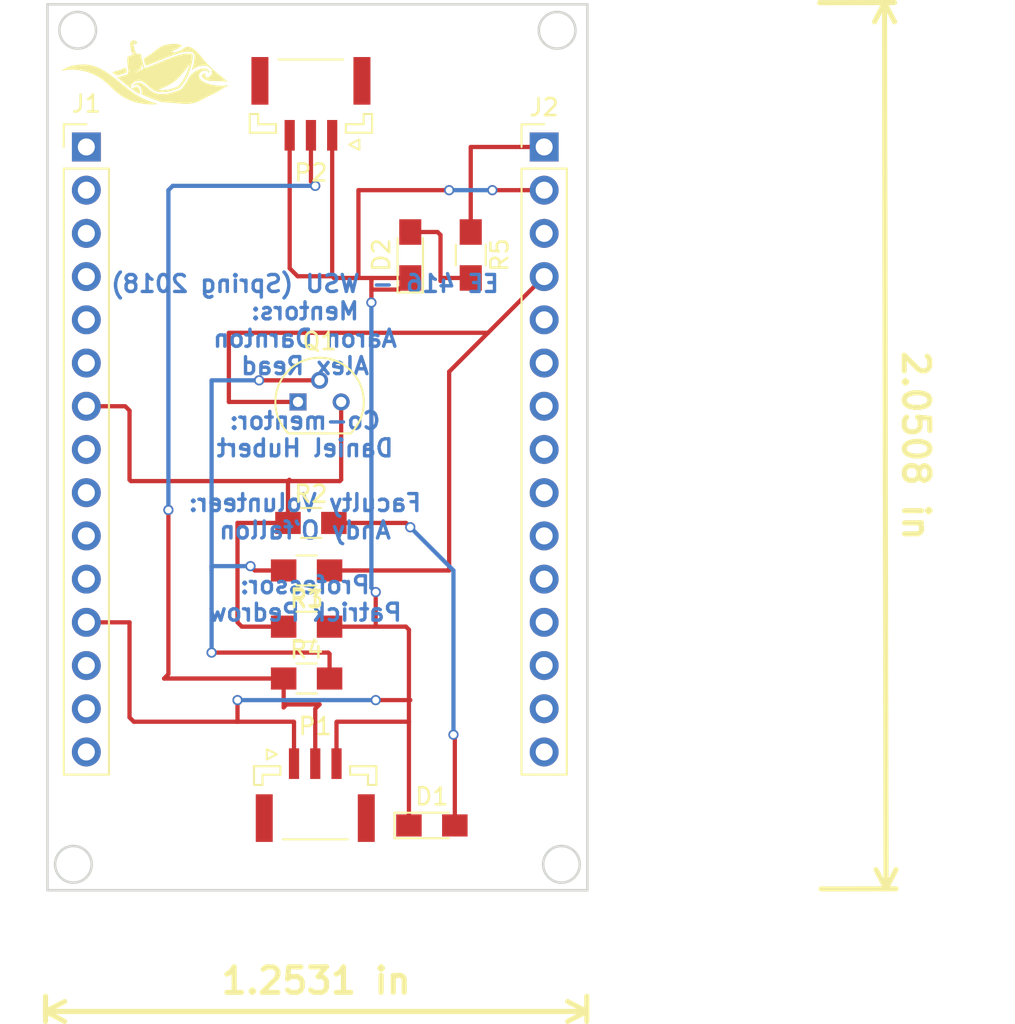
<source format=kicad_pcb>
(kicad_pcb (version 4) (host pcbnew 4.0.7)

  (general
    (links 20)
    (no_connects 0)
    (area 77.648999 51.232999 109.549001 103.453001)
    (thickness 1.6)
    (drawings 14)
    (tracks 112)
    (zones 0)
    (modules 13)
    (nets 34)
  )

  (page A4)
  (title_block
    (title Arduino_Nano_Shield_Layout)
    (date 2018-03-26)
    (rev 0)
    (company "Author: Thong Huynh")
    (comment 1 "Naura - WSU")
  )

  (layers
    (0 F.Cu signal)
    (31 B.Cu signal)
    (32 B.Adhes user)
    (33 F.Adhes user)
    (34 B.Paste user)
    (35 F.Paste user)
    (36 B.SilkS user)
    (37 F.SilkS user)
    (38 B.Mask user)
    (39 F.Mask user)
    (40 Dwgs.User user)
    (41 Cmts.User user)
    (42 Eco1.User user)
    (43 Eco2.User user)
    (44 Edge.Cuts user)
    (45 Margin user)
    (46 B.CrtYd user)
    (47 F.CrtYd user)
    (48 B.Fab user)
    (49 F.Fab user)
  )

  (setup
    (last_trace_width 0.25)
    (trace_clearance 0.2)
    (zone_clearance 0.508)
    (zone_45_only no)
    (trace_min 0.2)
    (segment_width 0.2)
    (edge_width 0.15)
    (via_size 0.6)
    (via_drill 0.4)
    (via_min_size 0.4)
    (via_min_drill 0.3)
    (uvia_size 0.3)
    (uvia_drill 0.1)
    (uvias_allowed no)
    (uvia_min_size 0.2)
    (uvia_min_drill 0.1)
    (pcb_text_width 0.3)
    (pcb_text_size 1.5 1.5)
    (mod_edge_width 0.15)
    (mod_text_size 1 1)
    (mod_text_width 0.15)
    (pad_size 1.524 1.524)
    (pad_drill 0.762)
    (pad_to_mask_clearance 0.2)
    (aux_axis_origin 0 0)
    (visible_elements 7FFFFFFF)
    (pcbplotparams
      (layerselection 0x00030_80000001)
      (usegerberextensions false)
      (excludeedgelayer true)
      (linewidth 0.100000)
      (plotframeref false)
      (viasonmask false)
      (mode 1)
      (useauxorigin false)
      (hpglpennumber 1)
      (hpglpenspeed 20)
      (hpglpendiameter 15)
      (hpglpenoverlay 2)
      (psnegative false)
      (psa4output false)
      (plotreference true)
      (plotvalue true)
      (plotinvisibletext false)
      (padsonsilk false)
      (subtractmaskfromsilk false)
      (outputformat 1)
      (mirror false)
      (drillshape 1)
      (scaleselection 1)
      (outputdirectory ""))
  )

  (net 0 "")
  (net 1 GND)
  (net 2 "Net-(D1-Pad2)")
  (net 3 "Net-(D2-Pad2)")
  (net 4 "Net-(J1-Pad1)")
  (net 5 "Net-(J1-Pad2)")
  (net 6 "Net-(J1-Pad3)")
  (net 7 "Net-(J1-Pad5)")
  (net 8 "Net-(J1-Pad6)")
  (net 9 "Net-(J1-Pad8)")
  (net 10 "Net-(J1-Pad9)")
  (net 11 /SIGNAL)
  (net 12 "Net-(J1-Pad11)")
  (net 13 "Net-(J1-Pad13)")
  (net 14 "Net-(J1-Pad14)")
  (net 15 "Net-(J1-Pad15)")
  (net 16 VCC)
  (net 17 "Net-(J2-Pad3)")
  (net 18 +5V)
  (net 19 "Net-(J2-Pad5)")
  (net 20 "Net-(J2-Pad6)")
  (net 21 "Net-(J2-Pad7)")
  (net 22 "Net-(J2-Pad8)")
  (net 23 "Net-(J2-Pad9)")
  (net 24 "Net-(J2-Pad10)")
  (net 25 "Net-(J2-Pad11)")
  (net 26 "Net-(J2-Pad12)")
  (net 27 "Net-(J2-Pad13)")
  (net 28 +3V3)
  (net 29 "Net-(J2-Pad15)")
  (net 30 PROBE)
  (net 31 "Net-(Q1-Pad2)")
  (net 32 "Net-(J1-Pad4)")
  (net 33 "Net-(J1-Pad10)")

  (net_class Default "This is the default net class."
    (clearance 0.2)
    (trace_width 0.25)
    (via_dia 0.6)
    (via_drill 0.4)
    (uvia_dia 0.3)
    (uvia_drill 0.1)
    (add_net +3V3)
    (add_net +5V)
    (add_net /SIGNAL)
    (add_net GND)
    (add_net "Net-(D1-Pad2)")
    (add_net "Net-(D2-Pad2)")
    (add_net "Net-(J1-Pad1)")
    (add_net "Net-(J1-Pad10)")
    (add_net "Net-(J1-Pad11)")
    (add_net "Net-(J1-Pad13)")
    (add_net "Net-(J1-Pad14)")
    (add_net "Net-(J1-Pad15)")
    (add_net "Net-(J1-Pad2)")
    (add_net "Net-(J1-Pad3)")
    (add_net "Net-(J1-Pad4)")
    (add_net "Net-(J1-Pad5)")
    (add_net "Net-(J1-Pad6)")
    (add_net "Net-(J1-Pad8)")
    (add_net "Net-(J1-Pad9)")
    (add_net "Net-(J2-Pad10)")
    (add_net "Net-(J2-Pad11)")
    (add_net "Net-(J2-Pad12)")
    (add_net "Net-(J2-Pad13)")
    (add_net "Net-(J2-Pad15)")
    (add_net "Net-(J2-Pad3)")
    (add_net "Net-(J2-Pad5)")
    (add_net "Net-(J2-Pad6)")
    (add_net "Net-(J2-Pad7)")
    (add_net "Net-(J2-Pad8)")
    (add_net "Net-(J2-Pad9)")
    (add_net "Net-(Q1-Pad2)")
    (add_net PROBE)
    (add_net VCC)
  )

  (module LEDs:LED_0805_HandSoldering (layer F.Cu) (tedit 595FCA25) (tstamp 5AB89CCD)
    (at 100.33 99.568)
    (descr "Resistor SMD 0805, hand soldering")
    (tags "resistor 0805")
    (path /5AB8A818)
    (attr smd)
    (fp_text reference D1 (at 0 -1.7) (layer F.SilkS)
      (effects (font (size 1 1) (thickness 0.15)))
    )
    (fp_text value LED (at 0 1.75) (layer F.Fab)
      (effects (font (size 1 1) (thickness 0.15)))
    )
    (fp_line (start -0.4 -0.4) (end -0.4 0.4) (layer F.Fab) (width 0.1))
    (fp_line (start -0.4 0) (end 0.2 -0.4) (layer F.Fab) (width 0.1))
    (fp_line (start 0.2 0.4) (end -0.4 0) (layer F.Fab) (width 0.1))
    (fp_line (start 0.2 -0.4) (end 0.2 0.4) (layer F.Fab) (width 0.1))
    (fp_line (start -1 0.62) (end -1 -0.62) (layer F.Fab) (width 0.1))
    (fp_line (start 1 0.62) (end -1 0.62) (layer F.Fab) (width 0.1))
    (fp_line (start 1 -0.62) (end 1 0.62) (layer F.Fab) (width 0.1))
    (fp_line (start -1 -0.62) (end 1 -0.62) (layer F.Fab) (width 0.1))
    (fp_line (start 1 0.75) (end -2.2 0.75) (layer F.SilkS) (width 0.12))
    (fp_line (start -2.2 -0.75) (end 1 -0.75) (layer F.SilkS) (width 0.12))
    (fp_line (start -2.35 -0.9) (end 2.35 -0.9) (layer F.CrtYd) (width 0.05))
    (fp_line (start -2.35 -0.9) (end -2.35 0.9) (layer F.CrtYd) (width 0.05))
    (fp_line (start 2.35 0.9) (end 2.35 -0.9) (layer F.CrtYd) (width 0.05))
    (fp_line (start 2.35 0.9) (end -2.35 0.9) (layer F.CrtYd) (width 0.05))
    (fp_line (start -2.2 -0.75) (end -2.2 0.75) (layer F.SilkS) (width 0.12))
    (pad 1 smd rect (at -1.35 0) (size 1.5 1.3) (layers F.Cu F.Paste F.Mask)
      (net 1 GND))
    (pad 2 smd rect (at 1.35 0) (size 1.5 1.3) (layers F.Cu F.Paste F.Mask)
      (net 2 "Net-(D1-Pad2)"))
    (model ${KISYS3DMOD}/LEDs.3dshapes/LED_0805.wrl
      (at (xyz 0 0 0))
      (scale (xyz 1 1 1))
      (rotate (xyz 0 0 0))
    )
  )

  (module LEDs:LED_0805_HandSoldering (layer F.Cu) (tedit 595FCA25) (tstamp 5AB89CD3)
    (at 99.06 66.04 90)
    (descr "Resistor SMD 0805, hand soldering")
    (tags "resistor 0805")
    (path /5AB8D035)
    (attr smd)
    (fp_text reference D2 (at 0 -1.7 90) (layer F.SilkS)
      (effects (font (size 1 1) (thickness 0.15)))
    )
    (fp_text value LED (at 0 1.75 90) (layer F.Fab)
      (effects (font (size 1 1) (thickness 0.15)))
    )
    (fp_line (start -0.4 -0.4) (end -0.4 0.4) (layer F.Fab) (width 0.1))
    (fp_line (start -0.4 0) (end 0.2 -0.4) (layer F.Fab) (width 0.1))
    (fp_line (start 0.2 0.4) (end -0.4 0) (layer F.Fab) (width 0.1))
    (fp_line (start 0.2 -0.4) (end 0.2 0.4) (layer F.Fab) (width 0.1))
    (fp_line (start -1 0.62) (end -1 -0.62) (layer F.Fab) (width 0.1))
    (fp_line (start 1 0.62) (end -1 0.62) (layer F.Fab) (width 0.1))
    (fp_line (start 1 -0.62) (end 1 0.62) (layer F.Fab) (width 0.1))
    (fp_line (start -1 -0.62) (end 1 -0.62) (layer F.Fab) (width 0.1))
    (fp_line (start 1 0.75) (end -2.2 0.75) (layer F.SilkS) (width 0.12))
    (fp_line (start -2.2 -0.75) (end 1 -0.75) (layer F.SilkS) (width 0.12))
    (fp_line (start -2.35 -0.9) (end 2.35 -0.9) (layer F.CrtYd) (width 0.05))
    (fp_line (start -2.35 -0.9) (end -2.35 0.9) (layer F.CrtYd) (width 0.05))
    (fp_line (start 2.35 0.9) (end 2.35 -0.9) (layer F.CrtYd) (width 0.05))
    (fp_line (start 2.35 0.9) (end -2.35 0.9) (layer F.CrtYd) (width 0.05))
    (fp_line (start -2.2 -0.75) (end -2.2 0.75) (layer F.SilkS) (width 0.12))
    (pad 1 smd rect (at -1.35 0 90) (size 1.5 1.3) (layers F.Cu F.Paste F.Mask)
      (net 1 GND))
    (pad 2 smd rect (at 1.35 0 90) (size 1.5 1.3) (layers F.Cu F.Paste F.Mask)
      (net 3 "Net-(D2-Pad2)"))
    (model ${KISYS3DMOD}/LEDs.3dshapes/LED_0805.wrl
      (at (xyz 0 0 0))
      (scale (xyz 1 1 1))
      (rotate (xyz 0 0 0))
    )
  )

  (module Pin_Headers:Pin_Header_Straight_1x15_Pitch2.54mm (layer F.Cu) (tedit 5AB89A64) (tstamp 5AB89CE6)
    (at 80.01 59.69)
    (descr "Through hole straight pin header, 1x15, 2.54mm pitch, single row")
    (tags "Through hole pin header THT 1x15 2.54mm single row")
    (path /5AB8DD3B)
    (fp_text reference J1 (at 0 -2.54) (layer F.SilkS)
      (effects (font (size 1 1) (thickness 0.15)))
    )
    (fp_text value NANO_STRIP2 (at 0 37.89) (layer F.Fab)
      (effects (font (size 1 1) (thickness 0.15)))
    )
    (fp_line (start -0.635 -1.27) (end 1.27 -1.27) (layer F.Fab) (width 0.1))
    (fp_line (start 1.27 -1.27) (end 1.27 36.83) (layer F.Fab) (width 0.1))
    (fp_line (start 1.27 36.83) (end -1.27 36.83) (layer F.Fab) (width 0.1))
    (fp_line (start -1.27 36.83) (end -1.27 -0.635) (layer F.Fab) (width 0.1))
    (fp_line (start -1.27 -0.635) (end -0.635 -1.27) (layer F.Fab) (width 0.1))
    (fp_line (start -1.33 36.89) (end 1.33 36.89) (layer F.SilkS) (width 0.12))
    (fp_line (start -1.33 1.27) (end -1.33 36.89) (layer F.SilkS) (width 0.12))
    (fp_line (start 1.33 1.27) (end 1.33 36.89) (layer F.SilkS) (width 0.12))
    (fp_line (start -1.33 1.27) (end 1.33 1.27) (layer F.SilkS) (width 0.12))
    (fp_line (start -1.33 0) (end -1.33 -1.33) (layer F.SilkS) (width 0.12))
    (fp_line (start -1.33 -1.33) (end 0 -1.33) (layer F.SilkS) (width 0.12))
    (fp_line (start -1.8 -1.8) (end -1.8 37.35) (layer F.CrtYd) (width 0.05))
    (fp_line (start -1.8 37.35) (end 1.8 37.35) (layer F.CrtYd) (width 0.05))
    (fp_line (start 1.8 37.35) (end 1.8 -1.8) (layer F.CrtYd) (width 0.05))
    (fp_line (start 1.8 -1.8) (end -1.8 -1.8) (layer F.CrtYd) (width 0.05))
    (fp_text user %R (at 0 17.78 90) (layer F.Fab)
      (effects (font (size 1 1) (thickness 0.15)))
    )
    (pad 1 thru_hole rect (at 0 0) (size 1.7 1.7) (drill 1) (layers *.Cu *.Mask)
      (net 4 "Net-(J1-Pad1)"))
    (pad 2 thru_hole oval (at 0 2.54) (size 1.7 1.7) (drill 1) (layers *.Cu *.Mask)
      (net 5 "Net-(J1-Pad2)"))
    (pad 3 thru_hole oval (at 0 5.08) (size 1.7 1.7) (drill 1) (layers *.Cu *.Mask)
      (net 6 "Net-(J1-Pad3)"))
    (pad 4 thru_hole oval (at 0 7.62) (size 1.7 1.7) (drill 1) (layers *.Cu *.Mask)
      (net 32 "Net-(J1-Pad4)"))
    (pad 5 thru_hole oval (at 0 10.16) (size 1.7 1.7) (drill 1) (layers *.Cu *.Mask)
      (net 7 "Net-(J1-Pad5)"))
    (pad 6 thru_hole oval (at 0 12.7) (size 1.7 1.7) (drill 1) (layers *.Cu *.Mask)
      (net 8 "Net-(J1-Pad6)"))
    (pad 7 thru_hole oval (at 0 15.24) (size 1.7 1.7) (drill 1) (layers *.Cu *.Mask)
      (net 11 /SIGNAL))
    (pad 8 thru_hole oval (at 0 17.78) (size 1.7 1.7) (drill 1) (layers *.Cu *.Mask)
      (net 9 "Net-(J1-Pad8)"))
    (pad 9 thru_hole oval (at 0 20.32) (size 1.7 1.7) (drill 1) (layers *.Cu *.Mask)
      (net 10 "Net-(J1-Pad9)"))
    (pad 10 thru_hole oval (at 0 22.86) (size 1.7 1.7) (drill 1) (layers *.Cu *.Mask)
      (net 33 "Net-(J1-Pad10)"))
    (pad 11 thru_hole oval (at 0 25.4) (size 1.7 1.7) (drill 1) (layers *.Cu *.Mask)
      (net 12 "Net-(J1-Pad11)"))
    (pad 12 thru_hole oval (at 0 27.94) (size 1.7 1.7) (drill 1) (layers *.Cu *.Mask)
      (net 1 GND))
    (pad 13 thru_hole oval (at 0 30.48) (size 1.7 1.7) (drill 1) (layers *.Cu *.Mask)
      (net 13 "Net-(J1-Pad13)"))
    (pad 14 thru_hole oval (at 0 33.02) (size 1.7 1.7) (drill 1) (layers *.Cu *.Mask)
      (net 14 "Net-(J1-Pad14)"))
    (pad 15 thru_hole oval (at 0 35.56) (size 1.7 1.7) (drill 1) (layers *.Cu *.Mask)
      (net 15 "Net-(J1-Pad15)"))
    (model ${KISYS3DMOD}/Pin_Headers.3dshapes/Pin_Header_Straight_1x15_Pitch2.54mm.wrl
      (at (xyz 0 0 0))
      (scale (xyz 1 1 1))
      (rotate (xyz 0 0 0))
    )
  )

  (module Pin_Headers:Pin_Header_Straight_1x15_Pitch2.54mm (layer F.Cu) (tedit 59650532) (tstamp 5AB89CF9)
    (at 106.934 59.69)
    (descr "Through hole straight pin header, 1x15, 2.54mm pitch, single row")
    (tags "Through hole pin header THT 1x15 2.54mm single row")
    (path /5AB8A5D0)
    (fp_text reference J2 (at 0 -2.33) (layer F.SilkS)
      (effects (font (size 1 1) (thickness 0.15)))
    )
    (fp_text value NANO_STRIP1 (at 0 37.89) (layer F.Fab)
      (effects (font (size 1 1) (thickness 0.15)))
    )
    (fp_line (start -0.635 -1.27) (end 1.27 -1.27) (layer F.Fab) (width 0.1))
    (fp_line (start 1.27 -1.27) (end 1.27 36.83) (layer F.Fab) (width 0.1))
    (fp_line (start 1.27 36.83) (end -1.27 36.83) (layer F.Fab) (width 0.1))
    (fp_line (start -1.27 36.83) (end -1.27 -0.635) (layer F.Fab) (width 0.1))
    (fp_line (start -1.27 -0.635) (end -0.635 -1.27) (layer F.Fab) (width 0.1))
    (fp_line (start -1.33 36.89) (end 1.33 36.89) (layer F.SilkS) (width 0.12))
    (fp_line (start -1.33 1.27) (end -1.33 36.89) (layer F.SilkS) (width 0.12))
    (fp_line (start 1.33 1.27) (end 1.33 36.89) (layer F.SilkS) (width 0.12))
    (fp_line (start -1.33 1.27) (end 1.33 1.27) (layer F.SilkS) (width 0.12))
    (fp_line (start -1.33 0) (end -1.33 -1.33) (layer F.SilkS) (width 0.12))
    (fp_line (start -1.33 -1.33) (end 0 -1.33) (layer F.SilkS) (width 0.12))
    (fp_line (start -1.8 -1.8) (end -1.8 37.35) (layer F.CrtYd) (width 0.05))
    (fp_line (start -1.8 37.35) (end 1.8 37.35) (layer F.CrtYd) (width 0.05))
    (fp_line (start 1.8 37.35) (end 1.8 -1.8) (layer F.CrtYd) (width 0.05))
    (fp_line (start 1.8 -1.8) (end -1.8 -1.8) (layer F.CrtYd) (width 0.05))
    (fp_text user %R (at 0 17.78 90) (layer F.Fab)
      (effects (font (size 1 1) (thickness 0.15)))
    )
    (pad 1 thru_hole rect (at 0 0) (size 1.7 1.7) (drill 1) (layers *.Cu *.Mask)
      (net 16 VCC))
    (pad 2 thru_hole oval (at 0 2.54) (size 1.7 1.7) (drill 1) (layers *.Cu *.Mask)
      (net 1 GND))
    (pad 3 thru_hole oval (at 0 5.08) (size 1.7 1.7) (drill 1) (layers *.Cu *.Mask)
      (net 17 "Net-(J2-Pad3)"))
    (pad 4 thru_hole oval (at 0 7.62) (size 1.7 1.7) (drill 1) (layers *.Cu *.Mask)
      (net 18 +5V))
    (pad 5 thru_hole oval (at 0 10.16) (size 1.7 1.7) (drill 1) (layers *.Cu *.Mask)
      (net 19 "Net-(J2-Pad5)"))
    (pad 6 thru_hole oval (at 0 12.7) (size 1.7 1.7) (drill 1) (layers *.Cu *.Mask)
      (net 20 "Net-(J2-Pad6)"))
    (pad 7 thru_hole oval (at 0 15.24) (size 1.7 1.7) (drill 1) (layers *.Cu *.Mask)
      (net 21 "Net-(J2-Pad7)"))
    (pad 8 thru_hole oval (at 0 17.78) (size 1.7 1.7) (drill 1) (layers *.Cu *.Mask)
      (net 22 "Net-(J2-Pad8)"))
    (pad 9 thru_hole oval (at 0 20.32) (size 1.7 1.7) (drill 1) (layers *.Cu *.Mask)
      (net 23 "Net-(J2-Pad9)"))
    (pad 10 thru_hole oval (at 0 22.86) (size 1.7 1.7) (drill 1) (layers *.Cu *.Mask)
      (net 24 "Net-(J2-Pad10)"))
    (pad 11 thru_hole oval (at 0 25.4) (size 1.7 1.7) (drill 1) (layers *.Cu *.Mask)
      (net 25 "Net-(J2-Pad11)"))
    (pad 12 thru_hole oval (at 0 27.94) (size 1.7 1.7) (drill 1) (layers *.Cu *.Mask)
      (net 26 "Net-(J2-Pad12)"))
    (pad 13 thru_hole oval (at 0 30.48) (size 1.7 1.7) (drill 1) (layers *.Cu *.Mask)
      (net 27 "Net-(J2-Pad13)"))
    (pad 14 thru_hole oval (at 0 33.02) (size 1.7 1.7) (drill 1) (layers *.Cu *.Mask)
      (net 28 +3V3))
    (pad 15 thru_hole oval (at 0 35.56) (size 1.7 1.7) (drill 1) (layers *.Cu *.Mask)
      (net 29 "Net-(J2-Pad15)"))
    (model ${KISYS3DMOD}/Pin_Headers.3dshapes/Pin_Header_Straight_1x15_Pitch2.54mm.wrl
      (at (xyz 0 0 0))
      (scale (xyz 1 1 1))
      (rotate (xyz 0 0 0))
    )
  )

  (module Connectors_JST:JST_GH_SM03B-GHS-TB_03x1.25mm_Angled (layer F.Cu) (tedit 58A22BB2) (tstamp 5AB89D02)
    (at 93.472 97.536)
    (descr "JST GH series connector, SM03B-GHS-TB, side entry type")
    (tags "connector jst GH SMT side horizontal entry 1.25mm pitch")
    (path /5AB8A631)
    (attr smd)
    (fp_text reference P1 (at 0 -3.8) (layer F.SilkS)
      (effects (font (size 1 1) (thickness 0.15)))
    )
    (fp_text value Probe_Port (at 0 4.45) (layer F.Fab)
      (effects (font (size 1 1) (thickness 0.15)))
    )
    (fp_text user %R (at 0 0.45) (layer F.Fab)
      (effects (font (size 1 1) (thickness 0.15)))
    )
    (fp_line (start -3.5 -1.3) (end -3.5 2.75) (layer F.Fab) (width 0.1))
    (fp_line (start -3.5 2.75) (end 3.5 2.75) (layer F.Fab) (width 0.1))
    (fp_line (start 3.5 2.75) (end 3.5 -1.3) (layer F.Fab) (width 0.1))
    (fp_line (start 3.5 -1.3) (end -3.5 -1.3) (layer F.Fab) (width 0.1))
    (fp_line (start -1.9 2.85) (end 1.9 2.85) (layer F.SilkS) (width 0.12))
    (fp_line (start -3.6 -0.35) (end -3.6 -1.45) (layer F.SilkS) (width 0.12))
    (fp_line (start -3.6 -1.45) (end -2.05 -1.45) (layer F.SilkS) (width 0.12))
    (fp_line (start -2.05 -1.45) (end -2.05 -0.95) (layer F.SilkS) (width 0.12))
    (fp_line (start -2.05 -0.95) (end -3.1 -0.95) (layer F.SilkS) (width 0.12))
    (fp_line (start -3.1 -0.95) (end -3.1 -0.35) (layer F.SilkS) (width 0.12))
    (fp_line (start -3.1 -0.35) (end -3.6 -0.35) (layer F.SilkS) (width 0.12))
    (fp_line (start 3.6 -0.35) (end 3.6 -1.45) (layer F.SilkS) (width 0.12))
    (fp_line (start 3.6 -1.45) (end 2.05 -1.45) (layer F.SilkS) (width 0.12))
    (fp_line (start 2.05 -1.45) (end 2.05 -0.95) (layer F.SilkS) (width 0.12))
    (fp_line (start 2.05 -0.95) (end 3.1 -0.95) (layer F.SilkS) (width 0.12))
    (fp_line (start 3.1 -0.95) (end 3.1 -0.35) (layer F.SilkS) (width 0.12))
    (fp_line (start 3.1 -0.35) (end 3.6 -0.35) (layer F.SilkS) (width 0.12))
    (fp_line (start -2.25 -2.15) (end -2.85 -2.45) (layer F.SilkS) (width 0.12))
    (fp_line (start -2.85 -2.45) (end -2.85 -1.85) (layer F.SilkS) (width 0.12))
    (fp_line (start -2.85 -1.85) (end -2.25 -2.15) (layer F.SilkS) (width 0.12))
    (fp_line (start -2.25 -2.15) (end -2.85 -2.45) (layer F.Fab) (width 0.1))
    (fp_line (start -2.85 -2.45) (end -2.85 -1.85) (layer F.Fab) (width 0.1))
    (fp_line (start -2.85 -1.85) (end -2.25 -2.15) (layer F.Fab) (width 0.1))
    (fp_line (start -1.5 2.7) (end -1.5 1.2) (layer F.Fab) (width 0.1))
    (fp_line (start -1.5 1.2) (end -1 1.2) (layer F.Fab) (width 0.1))
    (fp_line (start -1 1.2) (end -1 2.7) (layer F.Fab) (width 0.1))
    (fp_line (start -0.25 2.7) (end -0.25 1.2) (layer F.Fab) (width 0.1))
    (fp_line (start -0.25 1.2) (end 0.25 1.2) (layer F.Fab) (width 0.1))
    (fp_line (start 0.25 1.2) (end 0.25 2.7) (layer F.Fab) (width 0.1))
    (fp_line (start 1 2.7) (end 1 1.2) (layer F.Fab) (width 0.1))
    (fp_line (start 1 1.2) (end 1.5 1.2) (layer F.Fab) (width 0.1))
    (fp_line (start 1.5 1.2) (end 1.5 2.7) (layer F.Fab) (width 0.1))
    (fp_line (start -4 -3.1) (end -4 3.5) (layer F.CrtYd) (width 0.05))
    (fp_line (start -4 3.5) (end 4 3.5) (layer F.CrtYd) (width 0.05))
    (fp_line (start 4 3.5) (end 4 -3.1) (layer F.CrtYd) (width 0.05))
    (fp_line (start 4 -3.1) (end -4 -3.1) (layer F.CrtYd) (width 0.05))
    (pad 1 smd rect (at -1.25 -1.6) (size 0.6 1.8) (layers F.Cu F.Paste F.Mask)
      (net 1 GND))
    (pad 2 smd rect (at 0 -1.6) (size 0.6 1.8) (layers F.Cu F.Paste F.Mask)
      (net 30 PROBE))
    (pad 3 smd rect (at 1.25 -1.6) (size 0.6 1.8) (layers F.Cu F.Paste F.Mask)
      (net 1 GND))
    (pad "" smd rect (at 3 1.6) (size 1 2.8) (layers F.Cu F.Paste F.Mask))
    (pad "" smd rect (at -3 1.6) (size 1 2.8) (layers F.Cu F.Paste F.Mask))
  )

  (module Connectors_JST:JST_GH_SM03B-GHS-TB_03x1.25mm_Angled (layer F.Cu) (tedit 58A22BB2) (tstamp 5AB89D0B)
    (at 93.218 57.404 180)
    (descr "JST GH series connector, SM03B-GHS-TB, side entry type")
    (tags "connector jst GH SMT side horizontal entry 1.25mm pitch")
    (path /5AB8A66B)
    (attr smd)
    (fp_text reference P2 (at 0 -3.8 180) (layer F.SilkS)
      (effects (font (size 1 1) (thickness 0.15)))
    )
    (fp_text value Probe_Port (at 0 4.45 180) (layer F.Fab)
      (effects (font (size 1 1) (thickness 0.15)))
    )
    (fp_text user %R (at 0 0.45 180) (layer F.Fab)
      (effects (font (size 1 1) (thickness 0.15)))
    )
    (fp_line (start -3.5 -1.3) (end -3.5 2.75) (layer F.Fab) (width 0.1))
    (fp_line (start -3.5 2.75) (end 3.5 2.75) (layer F.Fab) (width 0.1))
    (fp_line (start 3.5 2.75) (end 3.5 -1.3) (layer F.Fab) (width 0.1))
    (fp_line (start 3.5 -1.3) (end -3.5 -1.3) (layer F.Fab) (width 0.1))
    (fp_line (start -1.9 2.85) (end 1.9 2.85) (layer F.SilkS) (width 0.12))
    (fp_line (start -3.6 -0.35) (end -3.6 -1.45) (layer F.SilkS) (width 0.12))
    (fp_line (start -3.6 -1.45) (end -2.05 -1.45) (layer F.SilkS) (width 0.12))
    (fp_line (start -2.05 -1.45) (end -2.05 -0.95) (layer F.SilkS) (width 0.12))
    (fp_line (start -2.05 -0.95) (end -3.1 -0.95) (layer F.SilkS) (width 0.12))
    (fp_line (start -3.1 -0.95) (end -3.1 -0.35) (layer F.SilkS) (width 0.12))
    (fp_line (start -3.1 -0.35) (end -3.6 -0.35) (layer F.SilkS) (width 0.12))
    (fp_line (start 3.6 -0.35) (end 3.6 -1.45) (layer F.SilkS) (width 0.12))
    (fp_line (start 3.6 -1.45) (end 2.05 -1.45) (layer F.SilkS) (width 0.12))
    (fp_line (start 2.05 -1.45) (end 2.05 -0.95) (layer F.SilkS) (width 0.12))
    (fp_line (start 2.05 -0.95) (end 3.1 -0.95) (layer F.SilkS) (width 0.12))
    (fp_line (start 3.1 -0.95) (end 3.1 -0.35) (layer F.SilkS) (width 0.12))
    (fp_line (start 3.1 -0.35) (end 3.6 -0.35) (layer F.SilkS) (width 0.12))
    (fp_line (start -2.25 -2.15) (end -2.85 -2.45) (layer F.SilkS) (width 0.12))
    (fp_line (start -2.85 -2.45) (end -2.85 -1.85) (layer F.SilkS) (width 0.12))
    (fp_line (start -2.85 -1.85) (end -2.25 -2.15) (layer F.SilkS) (width 0.12))
    (fp_line (start -2.25 -2.15) (end -2.85 -2.45) (layer F.Fab) (width 0.1))
    (fp_line (start -2.85 -2.45) (end -2.85 -1.85) (layer F.Fab) (width 0.1))
    (fp_line (start -2.85 -1.85) (end -2.25 -2.15) (layer F.Fab) (width 0.1))
    (fp_line (start -1.5 2.7) (end -1.5 1.2) (layer F.Fab) (width 0.1))
    (fp_line (start -1.5 1.2) (end -1 1.2) (layer F.Fab) (width 0.1))
    (fp_line (start -1 1.2) (end -1 2.7) (layer F.Fab) (width 0.1))
    (fp_line (start -0.25 2.7) (end -0.25 1.2) (layer F.Fab) (width 0.1))
    (fp_line (start -0.25 1.2) (end 0.25 1.2) (layer F.Fab) (width 0.1))
    (fp_line (start 0.25 1.2) (end 0.25 2.7) (layer F.Fab) (width 0.1))
    (fp_line (start 1 2.7) (end 1 1.2) (layer F.Fab) (width 0.1))
    (fp_line (start 1 1.2) (end 1.5 1.2) (layer F.Fab) (width 0.1))
    (fp_line (start 1.5 1.2) (end 1.5 2.7) (layer F.Fab) (width 0.1))
    (fp_line (start -4 -3.1) (end -4 3.5) (layer F.CrtYd) (width 0.05))
    (fp_line (start -4 3.5) (end 4 3.5) (layer F.CrtYd) (width 0.05))
    (fp_line (start 4 3.5) (end 4 -3.1) (layer F.CrtYd) (width 0.05))
    (fp_line (start 4 -3.1) (end -4 -3.1) (layer F.CrtYd) (width 0.05))
    (pad 1 smd rect (at -1.25 -1.6 180) (size 0.6 1.8) (layers F.Cu F.Paste F.Mask)
      (net 1 GND))
    (pad 2 smd rect (at 0 -1.6 180) (size 0.6 1.8) (layers F.Cu F.Paste F.Mask)
      (net 30 PROBE))
    (pad 3 smd rect (at 1.25 -1.6 180) (size 0.6 1.8) (layers F.Cu F.Paste F.Mask)
      (net 1 GND))
    (pad "" smd rect (at 3 1.6 180) (size 1 2.8) (layers F.Cu F.Paste F.Mask))
    (pad "" smd rect (at -3 1.6 180) (size 1 2.8) (layers F.Cu F.Paste F.Mask))
  )

  (module TO_SOT_Packages_THT:TO-92_Molded_Narrow (layer F.Cu) (tedit 58CE52AF) (tstamp 5AB89D12)
    (at 92.456 74.676)
    (descr "TO-92 leads molded, narrow, drill 0.6mm (see NXP sot054_po.pdf)")
    (tags "to-92 sc-43 sc-43a sot54 PA33 transistor")
    (path /5AB8A6A1)
    (fp_text reference Q1 (at 1.27 -3.56) (layer F.SilkS)
      (effects (font (size 1 1) (thickness 0.15)))
    )
    (fp_text value 2N3906 (at 1.27 2.79) (layer F.Fab)
      (effects (font (size 1 1) (thickness 0.15)))
    )
    (fp_text user %R (at 1.27 -3.56) (layer F.Fab)
      (effects (font (size 1 1) (thickness 0.15)))
    )
    (fp_line (start -0.53 1.85) (end 3.07 1.85) (layer F.SilkS) (width 0.12))
    (fp_line (start -0.5 1.75) (end 3 1.75) (layer F.Fab) (width 0.1))
    (fp_line (start -1.46 -2.73) (end 4 -2.73) (layer F.CrtYd) (width 0.05))
    (fp_line (start -1.46 -2.73) (end -1.46 2.01) (layer F.CrtYd) (width 0.05))
    (fp_line (start 4 2.01) (end 4 -2.73) (layer F.CrtYd) (width 0.05))
    (fp_line (start 4 2.01) (end -1.46 2.01) (layer F.CrtYd) (width 0.05))
    (fp_arc (start 1.27 0) (end 1.27 -2.48) (angle 135) (layer F.Fab) (width 0.1))
    (fp_arc (start 1.27 0) (end 1.27 -2.6) (angle -135) (layer F.SilkS) (width 0.12))
    (fp_arc (start 1.27 0) (end 1.27 -2.48) (angle -135) (layer F.Fab) (width 0.1))
    (fp_arc (start 1.27 0) (end 1.27 -2.6) (angle 135) (layer F.SilkS) (width 0.12))
    (pad 2 thru_hole circle (at 1.27 -1.27 90) (size 1 1) (drill 0.6) (layers *.Cu *.Mask)
      (net 31 "Net-(Q1-Pad2)"))
    (pad 3 thru_hole circle (at 2.54 0 90) (size 1 1) (drill 0.6) (layers *.Cu *.Mask)
      (net 11 /SIGNAL))
    (pad 1 thru_hole rect (at 0 0 90) (size 1 1) (drill 0.6) (layers *.Cu *.Mask)
      (net 18 +5V))
    (model ${KISYS3DMOD}/TO_SOT_Packages_THT.3dshapes/TO-92_Molded_Narrow.wrl
      (at (xyz 0.05 0 0))
      (scale (xyz 1 1 1))
      (rotate (xyz 0 0 -90))
    )
  )

  (module Resistors_SMD:R_0805_HandSoldering (layer F.Cu) (tedit 58E0A804) (tstamp 5AB89D18)
    (at 92.964 87.884)
    (descr "Resistor SMD 0805, hand soldering")
    (tags "resistor 0805")
    (path /5AB8A7C2)
    (attr smd)
    (fp_text reference R1 (at 0 -1.7) (layer F.SilkS)
      (effects (font (size 1 1) (thickness 0.15)))
    )
    (fp_text value 1K (at 0 1.75) (layer F.Fab)
      (effects (font (size 1 1) (thickness 0.15)))
    )
    (fp_text user %R (at 0 0) (layer F.Fab)
      (effects (font (size 0.5 0.5) (thickness 0.075)))
    )
    (fp_line (start -1 0.62) (end -1 -0.62) (layer F.Fab) (width 0.1))
    (fp_line (start 1 0.62) (end -1 0.62) (layer F.Fab) (width 0.1))
    (fp_line (start 1 -0.62) (end 1 0.62) (layer F.Fab) (width 0.1))
    (fp_line (start -1 -0.62) (end 1 -0.62) (layer F.Fab) (width 0.1))
    (fp_line (start 0.6 0.88) (end -0.6 0.88) (layer F.SilkS) (width 0.12))
    (fp_line (start -0.6 -0.88) (end 0.6 -0.88) (layer F.SilkS) (width 0.12))
    (fp_line (start -2.35 -0.9) (end 2.35 -0.9) (layer F.CrtYd) (width 0.05))
    (fp_line (start -2.35 -0.9) (end -2.35 0.9) (layer F.CrtYd) (width 0.05))
    (fp_line (start 2.35 0.9) (end 2.35 -0.9) (layer F.CrtYd) (width 0.05))
    (fp_line (start 2.35 0.9) (end -2.35 0.9) (layer F.CrtYd) (width 0.05))
    (pad 1 smd rect (at -1.35 0) (size 1.5 1.3) (layers F.Cu F.Paste F.Mask)
      (net 11 /SIGNAL))
    (pad 2 smd rect (at 1.35 0) (size 1.5 1.3) (layers F.Cu F.Paste F.Mask)
      (net 1 GND))
    (model ${KISYS3DMOD}/Resistors_SMD.3dshapes/R_0805.wrl
      (at (xyz 0 0 0))
      (scale (xyz 1 1 1))
      (rotate (xyz 0 0 0))
    )
  )

  (module Resistors_SMD:R_0805_HandSoldering (layer F.Cu) (tedit 58E0A804) (tstamp 5AB89D1E)
    (at 93.218 81.788)
    (descr "Resistor SMD 0805, hand soldering")
    (tags "resistor 0805")
    (path /5AB8A791)
    (attr smd)
    (fp_text reference R2 (at 0 -1.7) (layer F.SilkS)
      (effects (font (size 1 1) (thickness 0.15)))
    )
    (fp_text value 220 (at 0 1.75) (layer F.Fab)
      (effects (font (size 1 1) (thickness 0.15)))
    )
    (fp_text user %R (at 0 0) (layer F.Fab)
      (effects (font (size 0.5 0.5) (thickness 0.075)))
    )
    (fp_line (start -1 0.62) (end -1 -0.62) (layer F.Fab) (width 0.1))
    (fp_line (start 1 0.62) (end -1 0.62) (layer F.Fab) (width 0.1))
    (fp_line (start 1 -0.62) (end 1 0.62) (layer F.Fab) (width 0.1))
    (fp_line (start -1 -0.62) (end 1 -0.62) (layer F.Fab) (width 0.1))
    (fp_line (start 0.6 0.88) (end -0.6 0.88) (layer F.SilkS) (width 0.12))
    (fp_line (start -0.6 -0.88) (end 0.6 -0.88) (layer F.SilkS) (width 0.12))
    (fp_line (start -2.35 -0.9) (end 2.35 -0.9) (layer F.CrtYd) (width 0.05))
    (fp_line (start -2.35 -0.9) (end -2.35 0.9) (layer F.CrtYd) (width 0.05))
    (fp_line (start 2.35 0.9) (end 2.35 -0.9) (layer F.CrtYd) (width 0.05))
    (fp_line (start 2.35 0.9) (end -2.35 0.9) (layer F.CrtYd) (width 0.05))
    (pad 1 smd rect (at -1.35 0) (size 1.5 1.3) (layers F.Cu F.Paste F.Mask)
      (net 11 /SIGNAL))
    (pad 2 smd rect (at 1.35 0) (size 1.5 1.3) (layers F.Cu F.Paste F.Mask)
      (net 2 "Net-(D1-Pad2)"))
    (model ${KISYS3DMOD}/Resistors_SMD.3dshapes/R_0805.wrl
      (at (xyz 0 0 0))
      (scale (xyz 1 1 1))
      (rotate (xyz 0 0 0))
    )
  )

  (module Resistors_SMD:R_0805_HandSoldering (layer F.Cu) (tedit 58E0A804) (tstamp 5AB89D24)
    (at 92.964 84.582 180)
    (descr "Resistor SMD 0805, hand soldering")
    (tags "resistor 0805")
    (path /5AB8A724)
    (attr smd)
    (fp_text reference R3 (at 0 -1.7 180) (layer F.SilkS)
      (effects (font (size 1 1) (thickness 0.15)))
    )
    (fp_text value 27K (at 0 1.75 180) (layer F.Fab)
      (effects (font (size 1 1) (thickness 0.15)))
    )
    (fp_text user %R (at 0 0 180) (layer F.Fab)
      (effects (font (size 0.5 0.5) (thickness 0.075)))
    )
    (fp_line (start -1 0.62) (end -1 -0.62) (layer F.Fab) (width 0.1))
    (fp_line (start 1 0.62) (end -1 0.62) (layer F.Fab) (width 0.1))
    (fp_line (start 1 -0.62) (end 1 0.62) (layer F.Fab) (width 0.1))
    (fp_line (start -1 -0.62) (end 1 -0.62) (layer F.Fab) (width 0.1))
    (fp_line (start 0.6 0.88) (end -0.6 0.88) (layer F.SilkS) (width 0.12))
    (fp_line (start -0.6 -0.88) (end 0.6 -0.88) (layer F.SilkS) (width 0.12))
    (fp_line (start -2.35 -0.9) (end 2.35 -0.9) (layer F.CrtYd) (width 0.05))
    (fp_line (start -2.35 -0.9) (end -2.35 0.9) (layer F.CrtYd) (width 0.05))
    (fp_line (start 2.35 0.9) (end 2.35 -0.9) (layer F.CrtYd) (width 0.05))
    (fp_line (start 2.35 0.9) (end -2.35 0.9) (layer F.CrtYd) (width 0.05))
    (pad 1 smd rect (at -1.35 0 180) (size 1.5 1.3) (layers F.Cu F.Paste F.Mask)
      (net 18 +5V))
    (pad 2 smd rect (at 1.35 0 180) (size 1.5 1.3) (layers F.Cu F.Paste F.Mask)
      (net 31 "Net-(Q1-Pad2)"))
    (model ${KISYS3DMOD}/Resistors_SMD.3dshapes/R_0805.wrl
      (at (xyz 0 0 0))
      (scale (xyz 1 1 1))
      (rotate (xyz 0 0 0))
    )
  )

  (module Resistors_SMD:R_0805_HandSoldering (layer F.Cu) (tedit 58E0A804) (tstamp 5AB89D2A)
    (at 92.964 90.932)
    (descr "Resistor SMD 0805, hand soldering")
    (tags "resistor 0805")
    (path /5AB8A7F0)
    (attr smd)
    (fp_text reference R4 (at 0 -1.7) (layer F.SilkS)
      (effects (font (size 1 1) (thickness 0.15)))
    )
    (fp_text value 1K (at 0 1.75) (layer F.Fab)
      (effects (font (size 1 1) (thickness 0.15)))
    )
    (fp_text user %R (at 0 0) (layer F.Fab)
      (effects (font (size 0.5 0.5) (thickness 0.075)))
    )
    (fp_line (start -1 0.62) (end -1 -0.62) (layer F.Fab) (width 0.1))
    (fp_line (start 1 0.62) (end -1 0.62) (layer F.Fab) (width 0.1))
    (fp_line (start 1 -0.62) (end 1 0.62) (layer F.Fab) (width 0.1))
    (fp_line (start -1 -0.62) (end 1 -0.62) (layer F.Fab) (width 0.1))
    (fp_line (start 0.6 0.88) (end -0.6 0.88) (layer F.SilkS) (width 0.12))
    (fp_line (start -0.6 -0.88) (end 0.6 -0.88) (layer F.SilkS) (width 0.12))
    (fp_line (start -2.35 -0.9) (end 2.35 -0.9) (layer F.CrtYd) (width 0.05))
    (fp_line (start -2.35 -0.9) (end -2.35 0.9) (layer F.CrtYd) (width 0.05))
    (fp_line (start 2.35 0.9) (end 2.35 -0.9) (layer F.CrtYd) (width 0.05))
    (fp_line (start 2.35 0.9) (end -2.35 0.9) (layer F.CrtYd) (width 0.05))
    (pad 1 smd rect (at -1.35 0) (size 1.5 1.3) (layers F.Cu F.Paste F.Mask)
      (net 30 PROBE))
    (pad 2 smd rect (at 1.35 0) (size 1.5 1.3) (layers F.Cu F.Paste F.Mask)
      (net 31 "Net-(Q1-Pad2)"))
    (model ${KISYS3DMOD}/Resistors_SMD.3dshapes/R_0805.wrl
      (at (xyz 0 0 0))
      (scale (xyz 1 1 1))
      (rotate (xyz 0 0 0))
    )
  )

  (module Resistors_SMD:R_0805_HandSoldering (layer F.Cu) (tedit 58E0A804) (tstamp 5AB89D30)
    (at 102.616 66.04 270)
    (descr "Resistor SMD 0805, hand soldering")
    (tags "resistor 0805")
    (path /5AB8CF4C)
    (attr smd)
    (fp_text reference R5 (at 0 -1.7 270) (layer F.SilkS)
      (effects (font (size 1 1) (thickness 0.15)))
    )
    (fp_text value 220 (at 0 1.75 270) (layer F.Fab)
      (effects (font (size 1 1) (thickness 0.15)))
    )
    (fp_text user %R (at 0 0 270) (layer F.Fab)
      (effects (font (size 0.5 0.5) (thickness 0.075)))
    )
    (fp_line (start -1 0.62) (end -1 -0.62) (layer F.Fab) (width 0.1))
    (fp_line (start 1 0.62) (end -1 0.62) (layer F.Fab) (width 0.1))
    (fp_line (start 1 -0.62) (end 1 0.62) (layer F.Fab) (width 0.1))
    (fp_line (start -1 -0.62) (end 1 -0.62) (layer F.Fab) (width 0.1))
    (fp_line (start 0.6 0.88) (end -0.6 0.88) (layer F.SilkS) (width 0.12))
    (fp_line (start -0.6 -0.88) (end 0.6 -0.88) (layer F.SilkS) (width 0.12))
    (fp_line (start -2.35 -0.9) (end 2.35 -0.9) (layer F.CrtYd) (width 0.05))
    (fp_line (start -2.35 -0.9) (end -2.35 0.9) (layer F.CrtYd) (width 0.05))
    (fp_line (start 2.35 0.9) (end 2.35 -0.9) (layer F.CrtYd) (width 0.05))
    (fp_line (start 2.35 0.9) (end -2.35 0.9) (layer F.CrtYd) (width 0.05))
    (pad 1 smd rect (at -1.35 0 270) (size 1.5 1.3) (layers F.Cu F.Paste F.Mask)
      (net 16 VCC))
    (pad 2 smd rect (at 1.35 0 270) (size 1.5 1.3) (layers F.Cu F.Paste F.Mask)
      (net 3 "Net-(D2-Pad2)"))
    (model ${KISYS3DMOD}/Resistors_SMD.3dshapes/R_0805.wrl
      (at (xyz 0 0 0))
      (scale (xyz 1 1 1))
      (rotate (xyz 0 0 0))
    )
  )

  (module robosub_footprints:robosub_logo-medium (layer F.Cu) (tedit 5ABF9A66) (tstamp 5ABF9C57)
    (at 83.54 55.43)
    (fp_text reference "" (at 0 0) (layer F.SilkS) hide
      (effects (font (thickness 0.3)))
    )
    (fp_text value "" (at 0.75 0) (layer F.SilkS) hide
      (effects (font (thickness 0.3)))
    )
    (fp_poly (pts (xy -3.630522 -0.586779) (xy -3.608205 -0.586576) (xy -3.588209 -0.586171) (xy -3.569697 -0.585523)
      (xy -3.551832 -0.584591) (xy -3.533775 -0.583331) (xy -3.514687 -0.581704) (xy -3.493732 -0.579665)
      (xy -3.476535 -0.577869) (xy -3.399362 -0.567949) (xy -3.321616 -0.554586) (xy -3.243241 -0.537754)
      (xy -3.164179 -0.517431) (xy -3.084373 -0.493592) (xy -3.003765 -0.466215) (xy -2.922298 -0.435276)
      (xy -2.839914 -0.400751) (xy -2.756557 -0.362617) (xy -2.672168 -0.32085) (xy -2.586691 -0.275426)
      (xy -2.500069 -0.226322) (xy -2.412243 -0.173515) (xy -2.323156 -0.11698) (xy -2.27 -0.08188)
      (xy -2.236933 -0.059573) (xy -2.204022 -0.037032) (xy -2.17108 -0.014115) (xy -2.137922 0.00932)
      (xy -2.104361 0.033416) (xy -2.07021 0.058315) (xy -2.035284 0.08416) (xy -1.999397 0.111093)
      (xy -1.962361 0.139256) (xy -1.923992 0.168792) (xy -1.884102 0.199844) (xy -1.842506 0.232554)
      (xy -1.799018 0.267064) (xy -1.75345 0.303516) (xy -1.705617 0.342054) (xy -1.655333 0.38282)
      (xy -1.602411 0.425955) (xy -1.55 0.468867) (xy -1.50476 0.505964) (xy -1.462416 0.540648)
      (xy -1.422788 0.573063) (xy -1.385697 0.603355) (xy -1.350962 0.631666) (xy -1.318405 0.658141)
      (xy -1.287844 0.682925) (xy -1.259101 0.706161) (xy -1.231995 0.727993) (xy -1.206346 0.748567)
      (xy -1.181975 0.768025) (xy -1.158702 0.786513) (xy -1.136346 0.804174) (xy -1.114729 0.821153)
      (xy -1.09367 0.837593) (xy -1.072989 0.85364) (xy -1.052506 0.869436) (xy -1.032042 0.885127)
      (xy -1.011417 0.900856) (xy -1.006 0.904974) (xy -0.942525 0.952574) (xy -0.878815 0.999118)
      (xy -0.81522 1.044372) (xy -0.752087 1.088104) (xy -0.689765 1.13008) (xy -0.628604 1.170065)
      (xy -0.56895 1.207826) (xy -0.511153 1.243129) (xy -0.455561 1.27574) (xy -0.44 1.284605)
      (xy -0.39336 1.310397) (xy -0.343515 1.336845) (xy -0.291139 1.363611) (xy -0.236903 1.39036)
      (xy -0.18148 1.416758) (xy -0.12554 1.442466) (xy -0.111863 1.448608) (xy -0.06872 1.467598)
      (xy -0.023471 1.486934) (xy 0.024049 1.50668) (xy 0.074003 1.526898) (xy 0.126557 1.547651)
      (xy 0.181876 1.569003) (xy 0.240124 1.591017) (xy 0.301465 1.613756) (xy 0.366064 1.637282)
      (xy 0.434087 1.661659) (xy 0.505697 1.686951) (xy 0.558 1.705216) (xy 0.575423 1.711275)
      (xy 0.591729 1.716947) (xy 0.60652 1.722094) (xy 0.619396 1.726576) (xy 0.629959 1.730255)
      (xy 0.637809 1.732992) (xy 0.642548 1.734648) (xy 0.643786 1.735084) (xy 0.645738 1.736478)
      (xy 0.645621 1.737045) (xy 0.643115 1.737714) (xy 0.637008 1.738556) (xy 0.627695 1.739543)
      (xy 0.615569 1.740647) (xy 0.601025 1.741842) (xy 0.584457 1.7431) (xy 0.566259 1.744393)
      (xy 0.546826 1.745695) (xy 0.526551 1.746977) (xy 0.50583 1.748213) (xy 0.485055 1.749375)
      (xy 0.464621 1.750437) (xy 0.444923 1.751369) (xy 0.43 1.752003) (xy 0.414569 1.752499)
      (xy 0.395784 1.752903) (xy 0.374291 1.753218) (xy 0.350733 1.753442) (xy 0.325755 1.753576)
      (xy 0.300004 1.753621) (xy 0.274123 1.753576) (xy 0.248758 1.753443) (xy 0.224553 1.753221)
      (xy 0.202153 1.752911) (xy 0.182204 1.752513) (xy 0.16535 1.752027) (xy 0.161 1.751864)
      (xy 0.04898 1.74565) (xy -0.062278 1.735982) (xy -0.172624 1.722901) (xy -0.281907 1.706448)
      (xy -0.389974 1.686664) (xy -0.496675 1.663588) (xy -0.601858 1.637262) (xy -0.705371 1.607725)
      (xy -0.807064 1.575018) (xy -0.906784 1.539182) (xy -1.00438 1.500257) (xy -1.099701 1.458284)
      (xy -1.192595 1.413302) (xy -1.28 1.366967) (xy -1.3263 1.340814) (xy -1.370797 1.314587)
      (xy -1.414098 1.287884) (xy -1.45681 1.260301) (xy -1.49954 1.231434) (xy -1.542896 1.200878)
      (xy -1.587484 1.168231) (xy -1.633912 1.133089) (xy -1.648 1.122224) (xy -1.672079 1.10347)
      (xy -1.695167 1.085244) (xy -1.717524 1.067315) (xy -1.73941 1.049454) (xy -1.761084 1.03143)
      (xy -1.782807 1.013014) (xy -1.804838 0.993976) (xy -1.827437 0.974086) (xy -1.850863 0.953114)
      (xy -1.875376 0.930831) (xy -1.901236 0.907005) (xy -1.928703 0.881408) (xy -1.958036 0.853809)
      (xy -1.989495 0.823979) (xy -2.02334 0.791687) (xy -2.046878 0.769138) (xy -2.081779 0.735689)
      (xy -2.11404 0.704844) (xy -2.143875 0.676409) (xy -2.171501 0.650188) (xy -2.197134 0.625986)
      (xy -2.220989 0.603608) (xy -2.243284 0.582859) (xy -2.264233 0.563543) (xy -2.284053 0.545466)
      (xy -2.30296 0.528433) (xy -2.321169 0.512247) (xy -2.338897 0.496715) (xy -2.35636 0.481641)
      (xy -2.373773 0.46683) (xy -2.391352 0.452086) (xy -2.409314 0.437215) (xy -2.427874 0.422021)
      (xy -2.447249 0.40631) (xy -2.458 0.397642) (xy -2.519738 0.348895) (xy -2.580006 0.303254)
      (xy -2.639346 0.260371) (xy -2.698303 0.219895) (xy -2.757417 0.181477) (xy -2.817231 0.144766)
      (xy -2.878289 0.109413) (xy -2.941133 0.075067) (xy -3.006306 0.04138) (xy -3.025 0.03204)
      (xy -3.12409 -0.014925) (xy -3.224543 -0.058215) (xy -3.326244 -0.097808) (xy -3.429077 -0.133681)
      (xy -3.532926 -0.165811) (xy -3.637675 -0.194176) (xy -3.743208 -0.218752) (xy -3.849409 -0.239517)
      (xy -3.956162 -0.256448) (xy -4.063351 -0.269522) (xy -4.170861 -0.278716) (xy -4.278575 -0.284007)
      (xy -4.386377 -0.285373) (xy -4.494152 -0.28279) (xy -4.593 -0.276921) (xy -4.678269 -0.269046)
      (xy -4.763874 -0.258481) (xy -4.848567 -0.2454) (xy -4.927057 -0.230796) (xy -4.943826 -0.227412)
      (xy -4.957086 -0.224769) (xy -4.967246 -0.222801) (xy -4.974714 -0.221442) (xy -4.9799 -0.220629)
      (xy -4.983212 -0.220295) (xy -4.98506 -0.220375) (xy -4.985852 -0.220804) (xy -4.986001 -0.221389)
      (xy -4.984334 -0.224424) (xy -4.979508 -0.229339) (xy -4.971778 -0.235937) (xy -4.961402 -0.244019)
      (xy -4.948639 -0.25339) (xy -4.933745 -0.26385) (xy -4.916978 -0.275203) (xy -4.90873 -0.280655)
      (xy -4.847411 -0.318643) (xy -4.78299 -0.354165) (xy -4.715532 -0.387196) (xy -4.645103 -0.417712)
      (xy -4.571769 -0.445689) (xy -4.495597 -0.471103) (xy -4.41665 -0.493929) (xy -4.334996 -0.514144)
      (xy -4.2507 -0.531722) (xy -4.205482 -0.539875) (xy -4.131874 -0.551455) (xy -4.055609 -0.561549)
      (xy -3.977677 -0.570074) (xy -3.899067 -0.576944) (xy -3.82077 -0.582074) (xy -3.743775 -0.585382)
      (xy -3.669073 -0.586781) (xy -3.656 -0.586823) (xy -3.630522 -0.586779)) (layer F.SilkS) (width 0.01))
    (fp_poly (pts (xy 3.41982 -0.350762) (xy 3.457689 -0.346062) (xy 3.494283 -0.338131) (xy 3.529168 -0.327047)
      (xy 3.561906 -0.312888) (xy 3.568 -0.309778) (xy 3.585426 -0.299815) (xy 3.602651 -0.288423)
      (xy 3.619136 -0.27607) (xy 3.634346 -0.263221) (xy 3.647743 -0.250344) (xy 3.65879 -0.237904)
      (xy 3.666949 -0.22637) (xy 3.669594 -0.221479) (xy 3.677917 -0.19952) (xy 3.6826 -0.176359)
      (xy 3.68362 -0.152506) (xy 3.680952 -0.128472) (xy 3.675174 -0.106512) (xy 3.67142 -0.096399)
      (xy 3.66726 -0.086679) (xy 3.663204 -0.078454) (xy 3.659759 -0.072826) (xy 3.659434 -0.072406)
      (xy 3.65705 -0.071159) (xy 3.655177 -0.07338) (xy 3.654139 -0.07854) (xy 3.65403 -0.081244)
      (xy 3.653304 -0.088085) (xy 3.651383 -0.097537) (xy 3.648573 -0.108505) (xy 3.645184 -0.119893)
      (xy 3.641524 -0.130606) (xy 3.6379 -0.139549) (xy 3.637228 -0.140983) (xy 3.626636 -0.158482)
      (xy 3.612585 -0.174542) (xy 3.595427 -0.188938) (xy 3.575514 -0.201444) (xy 3.553201 -0.211836)
      (xy 3.528837 -0.219887) (xy 3.506147 -0.224829) (xy 3.492764 -0.226472) (xy 3.47663 -0.227492)
      (xy 3.458942 -0.227888) (xy 3.440902 -0.227656) (xy 3.423708 -0.226793) (xy 3.40856 -0.225297)
      (xy 3.406881 -0.225067) (xy 3.393449 -0.222899) (xy 3.37803 -0.219988) (xy 3.361599 -0.216557)
      (xy 3.345129 -0.212825) (xy 3.329594 -0.209015) (xy 3.315965 -0.205348) (xy 3.305218 -0.202046)
      (xy 3.304325 -0.201739) (xy 3.273963 -0.189269) (xy 3.244576 -0.173469) (xy 3.216688 -0.154746)
      (xy 3.190826 -0.133512) (xy 3.167516 -0.110175) (xy 3.147282 -0.085144) (xy 3.139041 -0.073)
      (xy 3.123822 -0.04604) (xy 3.111455 -0.017563) (xy 3.102338 0.011433) (xy 3.0989 0.027)
      (xy 3.096942 0.042237) (xy 3.096087 0.06008) (xy 3.096291 0.079302) (xy 3.09751 0.098674)
      (xy 3.099699 0.11697) (xy 3.102685 0.132433) (xy 3.113337 0.167892) (xy 3.127877 0.202546)
      (xy 3.146262 0.236332) (xy 3.168449 0.269188) (xy 3.194396 0.30105) (xy 3.224061 0.331856)
      (xy 3.257399 0.361542) (xy 3.259 0.362862) (xy 3.278394 0.378392) (xy 3.296834 0.392192)
      (xy 3.31513 0.404774) (xy 3.334095 0.416651) (xy 3.35454 0.428334) (xy 3.377278 0.440337)
      (xy 3.399 0.451164) (xy 3.446508 0.473477) (xy 3.49476 0.494351) (xy 3.544032 0.513859)
      (xy 3.594597 0.532076) (xy 3.64673 0.549075) (xy 3.700705 0.564928) (xy 3.756797 0.579711)
      (xy 3.81528 0.593496) (xy 3.876429 0.606356) (xy 3.940518 0.618366) (xy 4.007822 0.629599)
      (xy 4.078615 0.640128) (xy 4.131 0.647197) (xy 4.159799 0.650919) (xy 4.185116 0.654144)
      (xy 4.207434 0.656907) (xy 4.227235 0.659244) (xy 4.245003 0.661188) (xy 4.26122 0.662776)
      (xy 4.276367 0.664041) (xy 4.290929 0.66502) (xy 4.305388 0.665745) (xy 4.320226 0.666254)
      (xy 4.335927 0.66658) (xy 4.352972 0.666758) (xy 4.371845 0.666823) (xy 4.393027 0.666811)
      (xy 4.402 0.666793) (xy 4.420312 0.666735) (xy 4.437066 0.666635) (xy 4.452657 0.666474)
      (xy 4.467483 0.666235) (xy 4.48194 0.665898) (xy 4.496424 0.665444) (xy 4.511332 0.664855)
      (xy 4.527062 0.664112) (xy 4.544008 0.663197) (xy 4.562569 0.66209) (xy 4.58314 0.660773)
      (xy 4.606119 0.659227) (xy 4.631901 0.657434) (xy 4.660885 0.655374) (xy 4.693 0.653063)
      (xy 4.712909 0.651633) (xy 4.732349 0.650252) (xy 4.750798 0.648956) (xy 4.767736 0.647781)
      (xy 4.782644 0.646762) (xy 4.795001 0.645936) (xy 4.804288 0.645339) (xy 4.809 0.645058)
      (xy 4.819216 0.64444) (xy 4.829089 0.64375) (xy 4.837244 0.643088) (xy 4.841 0.642717)
      (xy 4.846072 0.642302) (xy 4.848622 0.642549) (xy 4.84845 0.643579) (xy 4.845355 0.645516)
      (xy 4.839138 0.648481) (xy 4.829598 0.652598) (xy 4.816534 0.657988) (xy 4.815 0.658613)
      (xy 4.769085 0.678093) (xy 4.72165 0.699825) (xy 4.67246 0.723929) (xy 4.621282 0.750521)
      (xy 4.567883 0.779722) (xy 4.512031 0.811651) (xy 4.492 0.82341) (xy 4.481422 0.829704)
      (xy 4.467875 0.837836) (xy 4.451791 0.847543) (xy 4.433605 0.85856) (xy 4.413749 0.870624)
      (xy 4.392657 0.883471) (xy 4.370761 0.896836) (xy 4.348496 0.910456) (xy 4.326295 0.924067)
      (xy 4.30459 0.937405) (xy 4.283816 0.950205) (xy 4.282 0.951326) (xy 4.227654 0.984589)
      (xy 4.176303 1.015427) (xy 4.127815 1.04391) (xy 4.082058 1.070108) (xy 4.0389 1.094094)
      (xy 3.99821 1.115936) (xy 3.959856 1.135706) (xy 3.923707 1.153475) (xy 3.889631 1.169312)
      (xy 3.857496 1.183289) (xy 3.827171 1.195476) (xy 3.825845 1.195984) (xy 3.801573 1.205456)
      (xy 3.777184 1.215373) (xy 3.752424 1.225861) (xy 3.727042 1.237044) (xy 3.700786 1.249045)
      (xy 3.673404 1.261991) (xy 3.644643 1.276006) (xy 3.614253 1.291214) (xy 3.581981 1.30774)
      (xy 3.547575 1.325709) (xy 3.510783 1.345245) (xy 3.471353 1.366472) (xy 3.429034 1.389517)
      (xy 3.383573 1.414502) (xy 3.379 1.417026) (xy 3.333733 1.441876) (xy 3.29153 1.46473)
      (xy 3.252077 1.485744) (xy 3.215065 1.505071) (xy 3.180181 1.522865) (xy 3.147115 1.539279)
      (xy 3.115553 1.554467) (xy 3.085187 1.568582) (xy 3.055702 1.58178) (xy 3.02679 1.594212)
      (xy 2.998137 1.606033) (xy 2.987 1.610498) (xy 2.927175 1.632787) (xy 2.866312 1.652445)
      (xy 2.804046 1.669552) (xy 2.740015 1.684186) (xy 2.673856 1.696427) (xy 2.605206 1.706353)
      (xy 2.5337 1.714044) (xy 2.498 1.716984) (xy 2.487302 1.717693) (xy 2.473911 1.71844)
      (xy 2.458393 1.719205) (xy 2.441316 1.719969) (xy 2.423248 1.72071) (xy 2.404756 1.721411)
      (xy 2.386408 1.722049) (xy 2.368771 1.722606) (xy 2.352414 1.723062) (xy 2.337904 1.723396)
      (xy 2.325808 1.723589) (xy 2.316694 1.72362) (xy 2.312 1.723519) (xy 2.306857 1.723347)
      (xy 2.29866 1.723144) (xy 2.288353 1.722932) (xy 2.27688 1.72273) (xy 2.271 1.722639)
      (xy 2.24247 1.722006) (xy 2.210884 1.720923) (xy 2.176897 1.719436) (xy 2.141169 1.717588)
      (xy 2.104355 1.715425) (xy 2.067114 1.71299) (xy 2.030102 1.710328) (xy 1.993977 1.707484)
      (xy 1.959397 1.704502) (xy 1.927019 1.701428) (xy 1.8975 1.698304) (xy 1.878 1.696002)
      (xy 1.856482 1.693392) (xy 1.834617 1.69088) (xy 1.812141 1.688444) (xy 1.788789 1.686063)
      (xy 1.764297 1.683716) (xy 1.738402 1.681382) (xy 1.71084 1.679039) (xy 1.681347 1.676665)
      (xy 1.649659 1.67424) (xy 1.615512 1.671742) (xy 1.578642 1.66915) (xy 1.538785 1.666443)
      (xy 1.495677 1.663598) (xy 1.449054 1.660595) (xy 1.408 1.657999) (xy 1.355562 1.654656)
      (xy 1.306832 1.651441) (xy 1.261517 1.648326) (xy 1.219327 1.645287) (xy 1.179972 1.642296)
      (xy 1.143161 1.639329) (xy 1.108603 1.636358) (xy 1.076008 1.633359) (xy 1.045085 1.630305)
      (xy 1.015543 1.627171) (xy 0.987092 1.623929) (xy 0.959441 1.620555) (xy 0.932299 1.617022)
      (xy 0.905377 1.613304) (xy 0.901 1.61268) (xy 0.851 1.605525) (xy 0.726 1.563537)
      (xy 0.647821 1.537083) (xy 0.573298 1.511463) (xy 0.502195 1.486586) (xy 0.434277 1.462361)
      (xy 0.369308 1.438696) (xy 0.307051 1.415501) (xy 0.247272 1.392686) (xy 0.189734 1.370158)
      (xy 0.134202 1.347828) (xy 0.08044 1.325604) (xy 0.028213 1.303395) (xy -0.022717 1.281111)
      (xy -0.072583 1.25866) (xy -0.114 1.239522) (xy -0.128116 1.232861) (xy -0.143565 1.225463)
      (xy -0.159945 1.21753) (xy -0.176854 1.209262) (xy -0.193891 1.200861) (xy -0.210654 1.19253)
      (xy -0.226741 1.184469) (xy -0.24175 1.176881) (xy -0.255279 1.169966) (xy -0.266927 1.163927)
      (xy -0.276292 1.158964) (xy -0.282971 1.15528) (xy -0.286564 1.153077) (xy -0.286964 1.15275)
      (xy -0.289305 1.147827) (xy -0.289919 1.139838) (xy -0.288842 1.129309) (xy -0.286109 1.116765)
      (xy -0.284137 1.10992) (xy -0.281524 1.101355) (xy -0.27954 1.094276) (xy -0.278053 1.087829)
      (xy -0.27693 1.081161) (xy -0.276037 1.073419) (xy -0.275242 1.06375) (xy -0.274413 1.0513)
      (xy -0.274019 1.045) (xy -0.273282 1.004506) (xy -0.275988 0.964084) (xy -0.281998 0.924074)
      (xy -0.291178 0.884816) (xy -0.303392 0.846653) (xy -0.318501 0.809923) (xy -0.336371 0.774969)
      (xy -0.356865 0.742131) (xy -0.379847 0.711749) (xy -0.40518 0.684165) (xy -0.425956 0.665254)
      (xy -0.450404 0.646017) (xy -0.473715 0.63035) (xy -0.496196 0.618092) (xy -0.518151 0.609084)
      (xy -0.539888 0.603164) (xy -0.546761 0.601909) (xy -0.557298 0.600823) (xy -0.570567 0.600366)
      (xy -0.585354 0.600495) (xy -0.600447 0.601169) (xy -0.614634 0.602345) (xy -0.626702 0.603982)
      (xy -0.631 0.604831) (xy -0.655087 0.611433) (xy -0.680701 0.620595) (xy -0.706763 0.631844)
      (xy -0.73219 0.644709) (xy -0.755901 0.658717) (xy -0.759 0.660728) (xy -0.766766 0.665649)
      (xy -0.773237 0.669409) (xy -0.77775 0.671648) (xy -0.779641 0.672004) (xy -0.77965 0.671983)
      (xy -0.7791 0.669193) (xy -0.776882 0.663741) (xy -0.773387 0.656389) (xy -0.769009 0.647904)
      (xy -0.76414 0.63905) (xy -0.759172 0.630592) (xy -0.755156 0.62427) (xy -0.736211 0.599331)
      (xy -0.713931 0.576118) (xy -0.688679 0.554843) (xy -0.660821 0.535717) (xy -0.630723 0.518949)
      (xy -0.598749 0.504751) (xy -0.565265 0.493333) (xy -0.530636 0.484906) (xy -0.506848 0.481021)
      (xy -0.480649 0.478656) (xy -0.452343 0.477996) (xy -0.42331 0.478985) (xy -0.394927 0.481567)
      (xy -0.368572 0.485688) (xy -0.363 0.486834) (xy -0.329126 0.495809) (xy -0.29566 0.507854)
      (xy -0.263619 0.52255) (xy -0.23402 0.539472) (xy -0.230249 0.541916) (xy -0.213735 0.553233)
      (xy -0.194476 0.567245) (xy -0.172589 0.583855) (xy -0.148195 0.602967) (xy -0.121413 0.624485)
      (xy -0.092362 0.648312) (xy -0.061161 0.674352) (xy -0.027931 0.702508) (xy 0.007211 0.732684)
      (xy 0.026 0.748967) (xy 0.06213 0.780207) (xy 0.095678 0.808855) (xy 0.126909 0.835122)
      (xy 0.156094 0.85922) (xy 0.183498 0.881363) (xy 0.209391 0.901763) (xy 0.234041 0.920632)
      (xy 0.257714 0.938183) (xy 0.280679 0.954628) (xy 0.303205 0.970179) (xy 0.315 0.978094)
      (xy 0.35593 1.004182) (xy 0.396958 1.028164) (xy 0.437686 1.04985) (xy 0.477713 1.069048)
      (xy 0.516642 1.085569) (xy 0.554072 1.09922) (xy 0.589606 1.109812) (xy 0.59142 1.110283)
      (xy 0.657025 1.125295) (xy 0.724033 1.136939) (xy 0.792577 1.145224) (xy 0.862791 1.150158)
      (xy 0.934807 1.15175) (xy 1.008758 1.150007) (xy 1.084776 1.144939) (xy 1.107 1.142871)
      (xy 1.175599 1.134788) (xy 1.246693 1.12387) (xy 1.32001 1.110169) (xy 1.39528 1.093743)
      (xy 1.472235 1.074644) (xy 1.550602 1.05293) (xy 1.55487 1.051683) (xy 1.566495 1.048178)
      (xy 1.581384 1.043526) (xy 1.599024 1.037899) (xy 1.618905 1.031468) (xy 1.640511 1.024405)
      (xy 1.663333 1.016882) (xy 1.686856 1.009068) (xy 1.710568 1.001136) (xy 1.733958 0.993257)
      (xy 1.756511 0.985603) (xy 1.777717 0.978344) (xy 1.797062 0.971652) (xy 1.814034 0.965698)
      (xy 1.82812 0.960653) (xy 1.837 0.957375) (xy 1.87252 0.943646) (xy 1.905958 0.930027)
      (xy 1.937083 0.916633) (xy 1.965665 0.903574) (xy 1.991473 0.890962) (xy 2.014275 0.878909)
      (xy 2.033843 0.867527) (xy 2.049944 0.856928) (xy 2.06 0.849234) (xy 2.077324 0.834139)
      (xy 2.094498 0.817797) (xy 2.111706 0.799973) (xy 2.129133 0.780427) (xy 2.146963 0.758923)
      (xy 2.165381 0.735224) (xy 2.18457 0.709092) (xy 2.204716 0.680289) (xy 2.226002 0.648579)
      (xy 2.248613 0.613724) (xy 2.272734 0.575487) (xy 2.273038 0.575) (xy 2.282804 0.559364)
      (xy 2.293269 0.542676) (xy 2.303873 0.525824) (xy 2.314056 0.509694) (xy 2.323259 0.495176)
      (xy 2.330923 0.483156) (xy 2.331023 0.483) (xy 2.340625 0.467904) (xy 2.349703 0.453396)
      (xy 2.358563 0.438955) (xy 2.367513 0.424061) (xy 2.376856 0.408197) (xy 2.386901 0.390842)
      (xy 2.397952 0.371477) (xy 2.410316 0.349584) (xy 2.42298 0.327) (xy 2.442413 0.292373)
      (xy 2.460159 0.261008) (xy 2.476392 0.232622) (xy 2.491284 0.206935) (xy 2.505008 0.183667)
      (xy 2.517736 0.162535) (xy 2.529642 0.143259) (xy 2.540898 0.125559) (xy 2.551677 0.109152)
      (xy 2.56215 0.093759) (xy 2.572493 0.079097) (xy 2.582875 0.064887) (xy 2.589546 0.056)
      (xy 2.598567 0.044327) (xy 2.607074 0.0339) (xy 2.615655 0.024095) (xy 2.624903 0.014286)
      (xy 2.635405 0.003851) (xy 2.647753 -0.007834) (xy 2.662537 -0.021394) (xy 2.664 -0.022721)
      (xy 2.719428 -0.070787) (xy 2.775629 -0.115218) (xy 2.832532 -0.155979) (xy 2.890066 -0.193035)
      (xy 2.948161 -0.226352) (xy 3.006745 -0.255897) (xy 3.065747 -0.281635) (xy 3.125097 -0.303531)
      (xy 3.184723 -0.321551) (xy 3.244554 -0.335661) (xy 3.304519 -0.345827) (xy 3.342 -0.35016)
      (xy 3.381112 -0.352154) (xy 3.41982 -0.350762)) (layer F.SilkS) (width 0.01))
    (fp_poly (pts (xy -0.699796 -1.993873) (xy -0.673051 -1.989352) (xy -0.648017 -1.982175) (xy -0.625256 -1.972306)
      (xy -0.622 -1.970551) (xy -0.610464 -1.962912) (xy -0.598755 -1.952999) (xy -0.587832 -1.941793)
      (xy -0.578652 -1.930274) (xy -0.572217 -1.919521) (xy -0.565424 -1.901549) (xy -0.561452 -1.882698)
      (xy -0.560439 -1.864025) (xy -0.562519 -1.846587) (xy -0.562721 -1.845706) (xy -0.567859 -1.830794)
      (xy -0.575824 -1.818136) (xy -0.586804 -1.807574) (xy -0.600989 -1.79895) (xy -0.618567 -1.792106)
      (xy -0.631 -1.788748) (xy -0.641989 -1.786915) (xy -0.656007 -1.785706) (xy -0.672131 -1.785114)
      (xy -0.689441 -1.785133) (xy -0.707014 -1.785757) (xy -0.72393 -1.786978) (xy -0.739267 -1.788791)
      (xy -0.744 -1.789548) (xy -0.753038 -1.791082) (xy -0.760474 -1.792286) (xy -0.765519 -1.793036)
      (xy -0.767382 -1.793216) (xy -0.767352 -1.791022) (xy -0.76656 -1.78534) (xy -0.765093 -1.776591)
      (xy -0.763034 -1.765199) (xy -0.760468 -1.751583) (xy -0.757482 -1.736166) (xy -0.754159 -1.719369)
      (xy -0.750585 -1.701613) (xy -0.746844 -1.683322) (xy -0.743022 -1.664915) (xy -0.739204 -1.646815)
      (xy -0.735475 -1.629443) (xy -0.731919 -1.613222) (xy -0.728622 -1.598571) (xy -0.725669 -1.585914)
      (xy -0.725209 -1.584) (xy -0.713729 -1.539598) (xy -0.699942 -1.491983) (xy -0.683863 -1.441203)
      (xy -0.665507 -1.387301) (xy -0.646992 -1.336) (xy -0.640061 -1.317373) (xy -0.633097 -1.298864)
      (xy -0.626253 -1.280863) (xy -0.619682 -1.263764) (xy -0.613539 -1.247956) (xy -0.607975 -1.233831)
      (xy -0.603145 -1.221781) (xy -0.599202 -1.212196) (xy -0.596299 -1.205469) (xy -0.594589 -1.20199)
      (xy -0.594343 -1.201649) (xy -0.591942 -1.201441) (xy -0.586492 -1.201929) (xy -0.578865 -1.203015)
      (xy -0.572 -1.204206) (xy -0.541729 -1.209448) (xy -0.51222 -1.213799) (xy -0.483875 -1.217232)
      (xy -0.457098 -1.219719) (xy -0.432293 -1.221234) (xy -0.409864 -1.221749) (xy -0.390214 -1.221238)
      (xy -0.373746 -1.219673) (xy -0.365 -1.218092) (xy -0.353834 -1.214683) (xy -0.344133 -1.210061)
      (xy -0.336834 -1.204741) (xy -0.333643 -1.200856) (xy -0.332516 -1.197698) (xy -0.330685 -1.191056)
      (xy -0.328254 -1.181368) (xy -0.325326 -1.169069) (xy -0.322001 -1.154594) (xy -0.318384 -1.138378)
      (xy -0.314576 -1.120858) (xy -0.312263 -1.11) (xy -0.294978 -1.02982) (xy -0.277852 -0.953593)
      (xy -0.260872 -0.881276) (xy -0.244028 -0.812827) (xy -0.227306 -0.748202) (xy -0.210695 -0.687359)
      (xy -0.194183 -0.630254) (xy -0.177756 -0.576845) (xy -0.161403 -0.527088) (xy -0.145113 -0.480942)
      (xy -0.128872 -0.438361) (xy -0.112669 -0.399305) (xy -0.108523 -0.389864) (xy -0.097354 -0.364727)
      (xy 0.048823 -0.421117) (xy 0.104291 -0.442558) (xy 0.158848 -0.463736) (xy 0.212828 -0.484785)
      (xy 0.266565 -0.505839) (xy 0.320392 -0.527029) (xy 0.374645 -0.548491) (xy 0.429656 -0.570356)
      (xy 0.485761 -0.592759) (xy 0.543292 -0.615832) (xy 0.561092 -0.623) (xy 2.542 -0.623)
      (xy 2.543 -0.622) (xy 2.544 -0.623) (xy 2.543 -0.624) (xy 2.542 -0.623)
      (xy 0.561092 -0.623) (xy 0.602585 -0.639709) (xy 0.663972 -0.664523) (xy 0.727789 -0.690408)
      (xy 0.794368 -0.717497) (xy 0.864045 -0.745923) (xy 0.918 -0.76798) (xy 0.974509 -0.791075)
      (xy 1.027572 -0.812703) (xy 1.077424 -0.832957) (xy 1.124303 -0.851928) (xy 1.168446 -0.86971)
      (xy 1.21009 -0.886394) (xy 1.249471 -0.902071) (xy 1.286826 -0.916836) (xy 1.322393 -0.930778)
      (xy 1.356408 -0.943992) (xy 1.389108 -0.956567) (xy 1.420729 -0.968598) (xy 1.45151 -0.980176)
      (xy 1.481687 -0.991393) (xy 1.511496 -1.002341) (xy 1.541175 -1.013112) (xy 1.57096 -1.023798)
      (xy 1.601089 -1.034493) (xy 1.625 -1.042905) (xy 1.706046 -1.070745) (xy 1.783877 -1.0963)
      (xy 1.858552 -1.11958) (xy 1.930133 -1.140593) (xy 1.998681 -1.159349) (xy 2.064257 -1.175855)
      (xy 2.126923 -1.190121) (xy 2.186739 -1.202156) (xy 2.243767 -1.211968) (xy 2.298068 -1.219565)
      (xy 2.349703 -1.224958) (xy 2.398733 -1.228153) (xy 2.44522 -1.229161) (xy 2.489224 -1.227991)
      (xy 2.530807 -1.224649) (xy 2.57003 -1.219147) (xy 2.606954 -1.211491) (xy 2.64164 -1.201692)
      (xy 2.668 -1.192243) (xy 2.682932 -1.186078) (xy 2.69442 -1.180691) (xy 2.702884 -1.175841)
      (xy 2.708748 -1.171284) (xy 2.712432 -1.166776) (xy 2.712557 -1.166565) (xy 2.714605 -1.161796)
      (xy 2.717005 -1.154338) (xy 2.719377 -1.145432) (xy 2.720489 -1.140565) (xy 2.721814 -1.133935)
      (xy 2.722833 -1.127508) (xy 2.723583 -1.120621) (xy 2.724104 -1.112614) (xy 2.724434 -1.102825)
      (xy 2.724613 -1.090591) (xy 2.724678 -1.075253) (xy 2.724681 -1.069) (xy 2.723759 -1.027457)
      (xy 2.721007 -0.98243) (xy 2.716433 -0.933989) (xy 2.710047 -0.882204) (xy 2.701857 -0.827143)
      (xy 2.691873 -0.768876) (xy 2.680104 -0.707471) (xy 2.67311 -0.673512) (xy 2.651244 -0.576584)
      (xy 2.62658 -0.479937) (xy 2.599244 -0.383902) (xy 2.569364 -0.28881) (xy 2.537064 -0.194993)
      (xy 2.502472 -0.102781) (xy 2.465712 -0.012507) (xy 2.426912 0.075499) (xy 2.386198 0.160906)
      (xy 2.343695 0.243381) (xy 2.299531 0.322595) (xy 2.283398 0.35) (xy 2.248041 0.407251)
      (xy 2.211136 0.463279) (xy 2.172968 0.517722) (xy 2.133819 0.570215) (xy 2.093974 0.620397)
      (xy 2.053716 0.667904) (xy 2.01333 0.712374) (xy 1.9731 0.753443) (xy 1.951897 0.773745)
      (xy 1.941419 0.783495) (xy 1.932673 0.791393) (xy 1.925013 0.797838) (xy 1.917791 0.803229)
      (xy 1.910357 0.807966) (xy 1.902065 0.812449) (xy 1.892267 0.817075) (xy 1.880314 0.822245)
      (xy 1.865559 0.828358) (xy 1.858767 0.83114) (xy 1.845125 0.836569) (xy 1.828203 0.843051)
      (xy 1.808529 0.850401) (xy 1.786628 0.858433) (xy 1.763023 0.866965) (xy 1.738243 0.87581)
      (xy 1.71281 0.884783) (xy 1.687252 0.893701) (xy 1.662092 0.902378) (xy 1.637858 0.910629)
      (xy 1.615073 0.91827) (xy 1.594263 0.925116) (xy 1.575955 0.930982) (xy 1.567 0.933767)
      (xy 1.47964 0.959169) (xy 1.394345 0.981154) (xy 1.3111 0.999721) (xy 1.229894 1.014873)
      (xy 1.150713 1.026611) (xy 1.073545 1.034934) (xy 0.998377 1.039846) (xy 0.925197 1.041346)
      (xy 0.853992 1.039436) (xy 0.784749 1.034117) (xy 0.717457 1.02539) (xy 0.655959 1.014078)
      (xy 0.620047 1.005045) (xy 0.582321 0.992794) (xy 0.543119 0.977479) (xy 0.50278 0.959254)
      (xy 0.461642 0.938272) (xy 0.420044 0.914688) (xy 0.397288 0.900487) (xy 0.68147 0.900487)
      (xy 0.684501 0.902024) (xy 0.690677 0.903845) (xy 0.699582 0.905878) (xy 0.710799 0.908051)
      (xy 0.723912 0.910294) (xy 0.738505 0.912535) (xy 0.754162 0.914703) (xy 0.770466 0.916726)
      (xy 0.787002 0.918534) (xy 0.803 0.920025) (xy 0.816729 0.921186) (xy 0.829637 0.922283)
      (xy 0.841015 0.923255) (xy 0.850153 0.924041) (xy 0.856341 0.924581) (xy 0.858 0.924729)
      (xy 0.861905 0.924891) (xy 0.869339 0.925013) (xy 0.879832 0.925094) (xy 0.892913 0.925133)
      (xy 0.908111 0.925129) (xy 0.924954 0.925081) (xy 0.942974 0.924989) (xy 0.952 0.924927)
      (xy 0.975902 0.924709) (xy 0.996382 0.924421) (xy 1.014018 0.924041) (xy 1.029388 0.923547)
      (xy 1.043069 0.922918) (xy 1.05564 0.922133) (xy 1.067679 0.921169) (xy 1.07711 0.920277)
      (xy 1.12786 0.914568) (xy 1.178339 0.90762) (xy 1.228942 0.899342) (xy 1.280062 0.88964)
      (xy 1.332094 0.878425) (xy 1.385433 0.865604) (xy 1.440473 0.851087) (xy 1.497609 0.83478)
      (xy 1.557234 0.816593) (xy 1.619743 0.796435) (xy 1.641 0.789358) (xy 1.673005 0.778574)
      (xy 1.70138 0.768901) (xy 1.726312 0.760269) (xy 1.747993 0.752608) (xy 1.766612 0.745849)
      (xy 1.78236 0.739921) (xy 1.795426 0.734754) (xy 1.806 0.730278) (xy 1.814272 0.726424)
      (xy 1.819751 0.723518) (xy 1.847516 0.706047) (xy 1.875098 0.685606) (xy 1.902682 0.662022)
      (xy 1.93045 0.635124) (xy 1.958586 0.604739) (xy 1.987273 0.570695) (xy 2.001296 0.553)
      (xy 2.01145 0.539786) (xy 2.023157 0.524281) (xy 2.036013 0.507041) (xy 2.049614 0.488621)
      (xy 2.063556 0.469577) (xy 2.077434 0.450466) (xy 2.090845 0.431844) (xy 2.103385 0.414265)
      (xy 2.114649 0.398287) (xy 2.124234 0.384466) (xy 2.130719 0.374889) (xy 2.180517 0.296828)
      (xy 2.228085 0.215526) (xy 2.273374 0.131096) (xy 2.316333 0.043652) (xy 2.356913 -0.046694)
      (xy 2.395063 -0.139829) (xy 2.430735 -0.235639) (xy 2.463878 -0.334013) (xy 2.494442 -0.434836)
      (xy 2.505983 -0.476) (xy 2.509505 -0.48904) (xy 2.513321 -0.503479) (xy 2.517311 -0.518836)
      (xy 2.521357 -0.534633) (xy 2.525338 -0.550389) (xy 2.529138 -0.565623) (xy 2.532636 -0.579858)
      (xy 2.535714 -0.592611) (xy 2.538253 -0.603404) (xy 2.540134 -0.611756) (xy 2.541238 -0.617187)
      (xy 2.541453 -0.619214) (xy 2.54017 -0.617855) (xy 2.537009 -0.613607) (xy 2.532286 -0.606922)
      (xy 2.526319 -0.598254) (xy 2.519426 -0.588057) (xy 2.515055 -0.58151) (xy 2.453674 -0.49074)
      (xy 2.392038 -0.402746) (xy 2.330243 -0.317645) (xy 2.268383 -0.235555) (xy 2.206554 -0.156594)
      (xy 2.144853 -0.080878) (xy 2.083373 -0.008525) (xy 2.022212 0.060348) (xy 1.961464 0.125622)
      (xy 1.901226 0.18718) (xy 1.847 0.239807) (xy 1.804116 0.279794) (xy 1.763083 0.316872)
      (xy 1.723451 0.351404) (xy 1.684771 0.383753) (xy 1.646593 0.414284) (xy 1.608469 0.443359)
      (xy 1.56995 0.471343) (xy 1.530587 0.498599) (xy 1.512 0.511041) (xy 1.490485 0.525117)
      (xy 1.469437 0.538498) (xy 1.448421 0.551427) (xy 1.427 0.564149) (xy 1.404739 0.576908)
      (xy 1.381201 0.589946) (xy 1.355949 0.603508) (xy 1.328549 0.617837) (xy 1.298564 0.633178)
      (xy 1.265558 0.649773) (xy 1.249 0.658014) (xy 1.192826 0.685459) (xy 1.136427 0.712116)
      (xy 1.079302 0.738204) (xy 1.020947 0.763938) (xy 0.960861 0.789534) (xy 0.898542 0.815209)
      (xy 0.833487 0.841178) (xy 0.765195 0.867659) (xy 0.74 0.877253) (xy 0.725908 0.882596)
      (xy 0.712948 0.887515) (xy 0.701615 0.891821) (xy 0.692404 0.895325) (xy 0.685812 0.897838)
      (xy 0.682334 0.899173) (xy 0.682 0.899304) (xy 0.68147 0.900487) (xy 0.397288 0.900487)
      (xy 0.378326 0.888654) (xy 0.376 0.887132) (xy 0.357943 0.875113) (xy 0.340145 0.862898)
      (xy 0.322322 0.850265) (xy 0.304191 0.836988) (xy 0.285469 0.822845) (xy 0.265873 0.807612)
      (xy 0.245121 0.791065) (xy 0.222928 0.77298) (xy 0.199011 0.753134) (xy 0.173089 0.731302)
      (xy 0.144878 0.707262) (xy 0.114095 0.68079) (xy 0.105 0.672932) (xy 0.081905 0.653003)
      (xy 0.058964 0.633288) (xy 0.036488 0.614053) (xy 0.01479 0.59556) (xy -0.005817 0.578075)
      (xy -0.025021 0.561863) (xy -0.04251 0.547186) (xy -0.057971 0.53431) (xy -0.071091 0.5235)
      (xy -0.081558 0.515019) (xy -0.082852 0.513986) (xy -0.12121 0.484688) (xy -0.158225 0.458968)
      (xy -0.194105 0.436716) (xy -0.229058 0.417823) (xy -0.263291 0.402178) (xy -0.297012 0.389672)
      (xy -0.330427 0.380196) (xy -0.34 0.378018) (xy -0.359745 0.374508) (xy -0.382392 0.371725)
      (xy -0.406901 0.369714) (xy -0.432235 0.368518) (xy -0.457354 0.36818) (xy -0.48122 0.368744)
      (xy -0.502792 0.370254) (xy -0.508986 0.370937) (xy -0.551355 0.377637) (xy -0.591555 0.387238)
      (xy -0.630403 0.399978) (xy -0.668719 0.416097) (xy -0.677248 0.420165) (xy -0.710355 0.437777)
      (xy -0.74049 0.45706) (xy -0.768539 0.478647) (xy -0.795394 0.503169) (xy -0.799044 0.506808)
      (xy -0.825052 0.535607) (xy -0.847731 0.56621) (xy -0.866967 0.598386) (xy -0.882647 0.631903)
      (xy -0.894656 0.666529) (xy -0.90288 0.702035) (xy -0.905988 0.724009) (xy -0.906978 0.742753)
      (xy -0.906049 0.761304) (xy -0.903343 0.778824) (xy -0.899003 0.794473) (xy -0.893172 0.807413)
      (xy -0.89132 0.810393) (xy -0.884375 0.818001) (xy -0.874797 0.824812) (xy -0.863951 0.829968)
      (xy -0.856814 0.832038) (xy -0.843023 0.833355) (xy -0.828406 0.831658) (xy -0.812732 0.826858)
      (xy -0.795772 0.818862) (xy -0.777297 0.80758) (xy -0.757078 0.792922) (xy -0.756 0.792086)
      (xy -0.746173 0.784736) (xy -0.734179 0.776232) (xy -0.720877 0.767138) (xy -0.707122 0.75802)
      (xy -0.693772 0.749445) (xy -0.681684 0.741977) (xy -0.671715 0.736184) (xy -0.669509 0.734987)
      (xy -0.644319 0.723168) (xy -0.620328 0.71516) (xy -0.597515 0.71096) (xy -0.57586 0.71057)
      (xy -0.555344 0.713988) (xy -0.535944 0.721215) (xy -0.517642 0.73225) (xy -0.516397 0.733169)
      (xy -0.490141 0.755232) (xy -0.466499 0.7801) (xy -0.445586 0.807452) (xy -0.427515 0.836971)
      (xy -0.412403 0.868338) (xy -0.400362 0.901234) (xy -0.391508 0.93534) (xy -0.385955 0.970338)
      (xy -0.383817 1.005908) (xy -0.385209 1.041732) (xy -0.390245 1.077491) (xy -0.391149 1.082)
      (xy -0.393333 1.091358) (xy -0.396193 1.101919) (xy -0.399503 1.113017) (xy -0.403036 1.123987)
      (xy -0.406563 1.134165) (xy -0.409859 1.142884) (xy -0.412696 1.149479) (xy -0.414847 1.153287)
      (xy -0.415725 1.153956) (xy -0.417755 1.152946) (xy -0.422635 1.150163) (xy -0.429812 1.145934)
      (xy -0.438732 1.140584) (xy -0.448841 1.134441) (xy -0.449 1.134343) (xy -0.46887 1.122086)
      (xy -0.491236 1.108104) (xy -0.515283 1.092918) (xy -0.540197 1.077049) (xy -0.565163 1.061018)
      (xy -0.589367 1.045346) (xy -0.611994 1.030554) (xy -0.632 1.017316) (xy -0.662822 0.996635)
      (xy -0.693338 0.97589) (xy -0.723719 0.954949) (xy -0.754135 0.933682) (xy -0.784754 0.91196)
      (xy -0.815748 0.889652) (xy -0.847287 0.866627) (xy -0.879539 0.842757) (xy -0.912676 0.81791)
      (xy -0.946866 0.791956) (xy -0.982281 0.764765) (xy -1.019089 0.736207) (xy -1.057461 0.706152)
      (xy -1.097567 0.67447) (xy -1.139577 0.64103) (xy -1.18366 0.605702) (xy -1.229987 0.568356)
      (xy -1.278727 0.528863) (xy -1.330051 0.487091) (xy -1.384128 0.44291) (xy -1.418 0.415163)
      (xy -1.440795 0.396485) (xy -1.464385 0.377177) (xy -1.488352 0.357579) (xy -1.512278 0.338031)
      (xy -1.535746 0.318875) (xy -1.558339 0.300452) (xy -1.579638 0.283101) (xy -1.599227 0.267163)
      (xy -1.616687 0.25298) (xy -1.631601 0.240892) (xy -1.635568 0.237683) (xy -1.650874 0.225272)
      (xy -1.665177 0.213601) (xy -1.678188 0.202913) (xy -1.689612 0.193453) (xy -1.699159 0.185462)
      (xy -1.706537 0.179184) (xy -1.711453 0.174863) (xy -1.713616 0.172742) (xy -1.713692 0.172583)
      (xy -1.711721 0.171722) (xy -1.706324 0.169994) (xy -1.697948 0.167527) (xy -1.687041 0.164447)
      (xy -1.674052 0.16088) (xy -1.659427 0.156955) (xy -1.647124 0.153713) (xy -1.585625 0.137326)
      (xy -1.522046 0.119767) (xy -1.456106 0.100956) (xy -1.387521 0.080809) (xy -1.316007 0.059244)
      (xy -1.241284 0.036178) (xy -1.197631 0.02248) (xy -1.104262 -0.006982) (xy -1.09192 -0.038991)
      (xy -1.08466 -0.058274) (xy -1.077693 -0.077645) (xy -1.07123 -0.096458) (xy -1.068457 -0.104956)
      (xy -0.808437 -0.104956) (xy -0.80792 -0.1045) (xy -0.804726 -0.104979) (xy -0.804 -0.105115)
      (xy -0.800008 -0.106127) (xy -0.792908 -0.108185) (xy -0.783393 -0.111078) (xy -0.772152 -0.114595)
      (xy -0.759876 -0.118527) (xy -0.757 -0.11946) (xy -0.735821 -0.126446) (xy -0.712305 -0.13437)
      (xy -0.686729 -0.14313) (xy -0.659372 -0.152622) (xy -0.63051 -0.162744) (xy -0.60042 -0.173395)
      (xy -0.569381 -0.184472) (xy -0.537669 -0.195873) (xy -0.505562 -0.207494) (xy -0.473337 -0.219235)
      (xy -0.441271 -0.230992) (xy -0.409641 -0.242663) (xy -0.378726 -0.254146) (xy -0.348801 -0.265339)
      (xy -0.320146 -0.276138) (xy -0.293035 -0.286443) (xy -0.267749 -0.29615) (xy -0.244562 -0.305157)
      (xy -0.223753 -0.313362) (xy -0.205599 -0.320663) (xy -0.190378 -0.326956) (xy -0.178366 -0.33214)
      (xy -0.169842 -0.336113) (xy -0.169551 -0.336259) (xy -0.164783 -0.338661) (xy -0.161517 -0.340754)
      (xy -0.159677 -0.34322) (xy -0.159181 -0.346741) (xy -0.159952 -0.352001) (xy -0.161911 -0.359682)
      (xy -0.164978 -0.370465) (xy -0.165417 -0.372) (xy -0.171136 -0.390542) (xy -0.177822 -0.409698)
      (xy -0.185269 -0.429057) (xy -0.193272 -0.448208) (xy -0.201624 -0.466739) (xy -0.210121 -0.484238)
      (xy -0.218556 -0.500292) (xy -0.226725 -0.514491) (xy -0.234421 -0.526422) (xy -0.241438 -0.535674)
      (xy -0.247572 -0.541834) (xy -0.251368 -0.54414) (xy -0.257406 -0.544422) (xy -0.263741 -0.541122)
      (xy -0.270011 -0.534603) (xy -0.275857 -0.52523) (xy -0.28044 -0.51471) (xy -0.281741 -0.510823)
      (xy -0.282782 -0.506709) (xy -0.283609 -0.501821) (xy -0.284268 -0.495618) (xy -0.284807 -0.487554)
      (xy -0.285271 -0.477087) (xy -0.285707 -0.463671) (xy -0.28613 -0.448) (xy -0.286661 -0.429271)
      (xy -0.287261 -0.414013) (xy -0.288024 -0.401699) (xy -0.289044 -0.3918) (xy -0.290415 -0.383787)
      (xy -0.292231 -0.377134) (xy -0.294585 -0.371311) (xy -0.297573 -0.36579) (xy -0.301286 -0.360043)
      (xy -0.301943 -0.359084) (xy -0.304857 -0.355215) (xy -0.308317 -0.351473) (xy -0.31266 -0.347653)
      (xy -0.318218 -0.343552) (xy -0.325326 -0.338967) (xy -0.334319 -0.333694) (xy -0.34553 -0.327531)
      (xy -0.359295 -0.320273) (xy -0.375947 -0.311718) (xy -0.395822 -0.301663) (xy -0.399 -0.300063)
      (xy -0.410925 -0.294067) (xy -0.421728 -0.288644) (xy -0.431692 -0.28366) (xy -0.441102 -0.27898)
      (xy -0.450242 -0.27447) (xy -0.459394 -0.269996) (xy -0.468842 -0.265422) (xy -0.478872 -0.260616)
      (xy -0.489765 -0.255443) (xy -0.501806 -0.249767) (xy -0.515278 -0.243456) (xy -0.530466 -0.236374)
      (xy -0.547652 -0.228388) (xy -0.567121 -0.219362) (xy -0.589157 -0.209163) (xy -0.614043 -0.197656)
      (xy -0.642062 -0.184707) (xy -0.665404 -0.173921) (xy -0.686654 -0.164083) (xy -0.707067 -0.154591)
      (xy -0.726315 -0.145602) (xy -0.744071 -0.137271) (xy -0.760005 -0.129752) (xy -0.773789 -0.123202)
      (xy -0.785095 -0.117775) (xy -0.793595 -0.113626) (xy -0.79896 -0.110911) (xy -0.800404 -0.110116)
      (xy -0.806018 -0.106708) (xy -0.808437 -0.104956) (xy -1.068457 -0.104956) (xy -1.065481 -0.114071)
      (xy -1.060657 -0.12984) (xy -1.05697 -0.14312) (xy -1.054843 -0.152185) (xy -1.052995 -0.16357)
      (xy -1.052262 -0.174866) (xy -1.052537 -0.18794) (xy -1.052647 -0.189979) (xy -1.053259 -0.198149)
      (xy -1.054359 -0.209998) (xy -1.055915 -0.225241) (xy -1.057894 -0.243592) (xy -1.060265 -0.264766)
      (xy -1.062993 -0.288475) (xy -1.066047 -0.314435) (xy -1.069395 -0.342359) (xy -1.073003 -0.371961)
      (xy -1.07684 -0.402955) (xy -1.07697 -0.404) (xy -1.084512 -0.465899) (xy -1.091212 -0.524001)
      (xy -1.097081 -0.578419) (xy -1.102128 -0.629266) (xy -1.10636 -0.676654) (xy -1.109788 -0.720697)
      (xy -1.11242 -0.761505) (xy -1.114265 -0.799193) (xy -1.115332 -0.833872) (xy -1.115629 -0.865655)
      (xy -1.115321 -0.889) (xy -1.114404 -0.91603) (xy -1.11303 -0.93946) (xy -1.111142 -0.95967)
      (xy -1.108686 -0.977041) (xy -1.105604 -0.991952) (xy -1.101842 -1.004783) (xy -1.097344 -1.015914)
      (xy -1.096419 -1.017832) (xy -1.091777 -1.025477) (xy -1.085436 -1.032728) (xy -1.076972 -1.039904)
      (xy -1.065957 -1.047325) (xy -1.051968 -1.05531) (xy -1.035 -1.063973) (xy -1.0192 -1.071533)
      (xy -1.003385 -1.078683) (xy -0.986971 -1.085651) (xy -0.96937 -1.092668) (xy -0.949999 -1.099963)
      (xy -0.92827 -1.107767) (xy -0.903599 -1.116308) (xy -0.888687 -1.121362) (xy -0.832374 -1.140329)
      (xy -0.834187 -1.146651) (xy -0.835691 -1.153505) (xy -0.835221 -1.158674) (xy -0.832373 -1.16372)
      (xy -0.828637 -1.16814) (xy -0.823323 -1.17336) (xy -0.817369 -1.17769) (xy -0.810229 -1.181313)
      (xy -0.801358 -1.184416) (xy -0.790211 -1.187185) (xy -0.776244 -1.189805) (xy -0.75891 -1.192461)
      (xy -0.756 -1.192872) (xy -0.75004 -1.193685) (xy -0.743846 -1.194479) (xy -0.73698 -1.1953)
      (xy -0.729006 -1.196192) (xy -0.719486 -1.197202) (xy -0.707983 -1.198376) (xy -0.69406 -1.199759)
      (xy -0.67728 -1.201397) (xy -0.657205 -1.203336) (xy -0.644022 -1.204603) (xy -0.632936 -1.205758)
      (xy -0.625304 -1.206928) (xy -0.62059 -1.208413) (xy -0.618257 -1.210512) (xy -0.61777 -1.213524)
      (xy -0.618592 -1.217748) (xy -0.618838 -1.218659) (xy -0.619963 -1.222467) (xy -0.621319 -1.2253)
      (xy -0.623443 -1.227268) (xy -0.626874 -1.228481) (xy -0.632149 -1.229049) (xy -0.639805 -1.229081)
      (xy -0.650381 -1.228689) (xy -0.664412 -1.227981) (xy -0.68536 -1.227219) (xy -0.705534 -1.22711)
      (xy -0.724315 -1.227624) (xy -0.741083 -1.228731) (xy -0.755218 -1.2304) (xy -0.766099 -1.232602)
      (xy -0.767447 -1.232987) (xy -0.774765 -1.235816) (xy -0.779919 -1.239764) (xy -0.783686 -1.244562)
      (xy -0.789123 -1.253391) (xy -0.795806 -1.265821) (xy -0.80365 -1.281683) (xy -0.812571 -1.300805)
      (xy -0.822134 -1.322218) (xy -0.830883 -1.341937) (xy -0.8383 -1.358121) (xy -0.844495 -1.370967)
      (xy -0.849578 -1.380671) (xy -0.853659 -1.38743) (xy -0.856849 -1.391439) (xy -0.859256 -1.392896)
      (xy -0.860993 -1.391997) (xy -0.861138 -1.391778) (xy -0.862181 -1.388492) (xy -0.862424 -1.383084)
      (xy -0.861827 -1.375294) (xy -0.860349 -1.364863) (xy -0.857949 -1.351529) (xy -0.854587 -1.335033)
      (xy -0.850221 -1.315115) (xy -0.846778 -1.3) (xy -0.842233 -1.2801) (xy -0.838596 -1.263665)
      (xy -0.835819 -1.25028) (xy -0.833849 -1.239526) (xy -0.832636 -1.230988) (xy -0.832127 -1.224249)
      (xy -0.832273 -1.21889) (xy -0.833021 -1.214497) (xy -0.834322 -1.210652) (xy -0.835504 -1.20812)
      (xy -0.838403 -1.203103) (xy -0.840989 -1.200442) (xy -0.843417 -1.200375) (xy -0.845842 -1.203137)
      (xy -0.848421 -1.208967) (xy -0.851309 -1.218101) (xy -0.854661 -1.230776) (xy -0.857197 -1.241166)
      (xy -0.873268 -1.310387) (xy -0.887881 -1.377421) (xy -0.900995 -1.442055) (xy -0.912572 -1.504075)
      (xy -0.922574 -1.563268) (xy -0.930962 -1.619419) (xy -0.937697 -1.672315) (xy -0.941282 -1.706)
      (xy -0.942436 -1.720306) (xy -0.943364 -1.736739) (xy -0.944061 -1.754601) (xy -0.944522 -1.77319)
      (xy -0.944742 -1.791806) (xy -0.944717 -1.80975) (xy -0.94444 -1.82632) (xy -0.943908 -1.840816)
      (xy -0.943116 -1.852539) (xy -0.942361 -1.859) (xy -0.939311 -1.876116) (xy -0.819808 -1.876116)
      (xy -0.818915 -1.864565) (xy -0.817165 -1.855802) (xy -0.814658 -1.848745) (xy -0.811336 -1.840972)
      (xy -0.80772 -1.833536) (xy -0.804331 -1.827495) (xy -0.80169 -1.823903) (xy -0.801238 -1.823531)
      (xy -0.795708 -1.822021) (xy -0.790124 -1.823691) (xy -0.787012 -1.826702) (xy -0.785528 -1.829447)
      (xy -0.785247 -1.83223) (xy -0.786349 -1.836139) (xy -0.789017 -1.842262) (xy -0.789955 -1.844276)
      (xy -0.796661 -1.862613) (xy -0.799197 -1.879175) (xy -0.720061 -1.879175) (xy -0.717313 -1.871617)
      (xy -0.710987 -1.864594) (xy -0.70107 -1.858599) (xy -0.696885 -1.856885) (xy -0.686791 -1.854671)
      (xy -0.674845 -1.854317) (xy -0.662672 -1.855715) (xy -0.651903 -1.858755) (xy -0.648946 -1.860095)
      (xy -0.640718 -1.865694) (xy -0.635042 -1.87243) (xy -0.632417 -1.879556) (xy -0.63266 -1.884355)
      (xy -0.636583 -1.8922) (xy -0.643648 -1.898681) (xy -0.653162 -1.903573) (xy -0.664433 -1.906647)
      (xy -0.676766 -1.907676) (xy -0.689469 -1.906435) (xy -0.695543 -1.904951) (xy -0.706971 -1.900158)
      (xy -0.714876 -1.893937) (xy -0.719244 -1.886779) (xy -0.720061 -1.879175) (xy -0.799197 -1.879175)
      (xy -0.799396 -1.880474) (xy -0.798161 -1.897854) (xy -0.792957 -1.914751) (xy -0.783784 -1.93116)
      (xy -0.770644 -1.947079) (xy -0.7624 -1.955022) (xy -0.75555 -1.962322) (xy -0.752087 -1.968729)
      (xy -0.752087 -1.973976) (xy -0.755625 -1.977796) (xy -0.755869 -1.97793) (xy -0.760092 -1.979605)
      (xy -0.76406 -1.979398) (xy -0.768814 -1.977001) (xy -0.775308 -1.972173) (xy -0.789038 -1.959038)
      (xy -0.801154 -1.943133) (xy -0.810895 -1.9256) (xy -0.816777 -1.910137) (xy -0.818728 -1.900424)
      (xy -0.819741 -1.888576) (xy -0.819808 -1.876116) (xy -0.939311 -1.876116) (xy -0.938748 -1.87927)
      (xy -0.934428 -1.896192) (xy -0.929034 -1.910405) (xy -0.9222 -1.922546) (xy -0.913557 -1.933254)
      (xy -0.90274 -1.943168) (xy -0.88938 -1.952924) (xy -0.887679 -1.954055) (xy -0.864703 -1.967156)
      (xy -0.839502 -1.977843) (xy -0.812637 -1.986084) (xy -0.784672 -1.991842) (xy -0.756169 -1.995083)
      (xy -0.727689 -1.995771) (xy -0.699796 -1.993873)) (layer F.SilkS) (width 0.01))
    (fp_poly (pts (xy 1.69516 -1.795462) (xy 1.725978 -1.794578) (xy 1.754852 -1.793021) (xy 1.782456 -1.790745)
      (xy 1.809461 -1.787706) (xy 1.836542 -1.783861) (xy 1.861 -1.779768) (xy 1.891451 -1.773977)
      (xy 1.918424 -1.76803) (xy 1.942443 -1.761779) (xy 1.96403 -1.755076) (xy 1.983708 -1.747773)
      (xy 2.00126 -1.740074) (xy 2.019934 -1.730476) (xy 2.035844 -1.720525) (xy 2.050198 -1.709404)
      (xy 2.060249 -1.700212) (xy 2.066649 -1.693853) (xy 2.070569 -1.689415) (xy 2.072502 -1.686142)
      (xy 2.072942 -1.683281) (xy 2.072651 -1.68124) (xy 2.069423 -1.674421) (xy 2.062588 -1.666789)
      (xy 2.052402 -1.658571) (xy 2.03912 -1.649995) (xy 2.034 -1.647067) (xy 2.024078 -1.641278)
      (xy 2.013919 -1.634888) (xy 2.004921 -1.628796) (xy 2 -1.625144) (xy 1.970878 -1.603224)
      (xy 1.939905 -1.582019) (xy 1.90662 -1.561247) (xy 1.870563 -1.540628) (xy 1.831273 -1.519881)
      (xy 1.807036 -1.507785) (xy 1.794081 -1.501505) (xy 1.779083 -1.494344) (xy 1.762447 -1.486486)
      (xy 1.744576 -1.478115) (xy 1.725874 -1.469417) (xy 1.706745 -1.460575) (xy 1.687594 -1.451775)
      (xy 1.668823 -1.443201) (xy 1.650838 -1.435037) (xy 1.634043 -1.427468) (xy 1.61884 -1.420678)
      (xy 1.605635 -1.414852) (xy 1.59483 -1.410175) (xy 1.586831 -1.406831) (xy 1.582041 -1.405004)
      (xy 1.582 -1.404991) (xy 1.571936 -1.400036) (xy 1.561811 -1.39218) (xy 1.552584 -1.382385)
      (xy 1.545216 -1.371619) (xy 1.541938 -1.36471) (xy 1.537741 -1.349399) (xy 1.537238 -1.335111)
      (xy 1.540381 -1.322084) (xy 1.547125 -1.310552) (xy 1.553997 -1.303466) (xy 1.558285 -1.300116)
      (xy 1.562655 -1.297645) (xy 1.567881 -1.295862) (xy 1.574735 -1.294575) (xy 1.583989 -1.29359)
      (xy 1.596417 -1.292716) (xy 1.59741 -1.292655) (xy 1.610693 -1.292242) (xy 1.624303 -1.292682)
      (xy 1.638654 -1.294059) (xy 1.654159 -1.296462) (xy 1.671233 -1.299975) (xy 1.690288 -1.304685)
      (xy 1.71174 -1.310679) (xy 1.736001 -1.318042) (xy 1.763485 -1.326862) (xy 1.767 -1.328016)
      (xy 1.78345 -1.33337) (xy 1.799554 -1.338507) (xy 1.814701 -1.343238) (xy 1.828278 -1.347376)
      (xy 1.839674 -1.350734) (xy 1.848277 -1.353123) (xy 1.852 -1.354051) (xy 1.883214 -1.36238)
      (xy 1.916424 -1.373546) (xy 1.951065 -1.387315) (xy 1.986573 -1.403448) (xy 2.022384 -1.421711)
      (xy 2.048 -1.436024) (xy 2.064775 -1.446057) (xy 2.083287 -1.457662) (xy 2.102897 -1.470399)
      (xy 2.122966 -1.483827) (xy 2.142852 -1.497505) (xy 2.161918 -1.510994) (xy 2.179523 -1.523851)
      (xy 2.195029 -1.535637) (xy 2.207794 -1.545911) (xy 2.20917 -1.547072) (xy 2.23142 -1.563938)
      (xy 2.25669 -1.579555) (xy 2.284079 -1.59347) (xy 2.312688 -1.605228) (xy 2.341616 -1.614376)
      (xy 2.343964 -1.614994) (xy 2.368775 -1.620224) (xy 2.39577 -1.623809) (xy 2.423617 -1.625671)
      (xy 2.450983 -1.625731) (xy 2.476534 -1.623911) (xy 2.482391 -1.623165) (xy 2.501521 -1.619723)
      (xy 2.523319 -1.614462) (xy 2.547018 -1.607617) (xy 2.571854 -1.599422) (xy 2.59706 -1.590112)
      (xy 2.617617 -1.581747) (xy 2.660331 -1.562192) (xy 2.702737 -1.539941) (xy 2.745014 -1.51486)
      (xy 2.787346 -1.486814) (xy 2.829912 -1.455669) (xy 2.872893 -1.421289) (xy 2.916472 -1.383541)
      (xy 2.960829 -1.342289) (xy 3.006146 -1.2974) (xy 3.021047 -1.282072) (xy 3.039187 -1.26312)
      (xy 3.056045 -1.245213) (xy 3.072028 -1.227882) (xy 3.087544 -1.210657) (xy 3.102999 -1.19307)
      (xy 3.118801 -1.174651) (xy 3.135356 -1.154931) (xy 3.153073 -1.133441) (xy 3.172357 -1.109711)
      (xy 3.193617 -1.083272) (xy 3.194635 -1.082) (xy 3.224016 -1.04535) (xy 3.25119 -1.011559)
      (xy 3.276406 -0.98033) (xy 3.299911 -0.951362) (xy 3.321953 -0.924356) (xy 3.342779 -0.899013)
      (xy 3.362636 -0.875035) (xy 3.381773 -0.852122) (xy 3.400438 -0.829974) (xy 3.418876 -0.808293)
      (xy 3.437337 -0.78678) (xy 3.456067 -0.765135) (xy 3.471869 -0.747) (xy 3.514712 -0.698722)
      (xy 3.560226 -0.64884) (xy 3.607779 -0.598004) (xy 3.656737 -0.546867) (xy 3.70647 -0.49608)
      (xy 3.756344 -0.446293) (xy 3.805728 -0.398159) (xy 3.853988 -0.352329) (xy 3.865058 -0.342)
      (xy 3.890965 -0.318033) (xy 3.916943 -0.294245) (xy 3.943176 -0.270482) (xy 3.969844 -0.24659)
      (xy 3.997132 -0.222414) (xy 4.025221 -0.197801) (xy 4.054293 -0.172595) (xy 4.084531 -0.146642)
      (xy 4.116118 -0.119788) (xy 4.149235 -0.091878) (xy 4.184066 -0.062759) (xy 4.220792 -0.032275)
      (xy 4.259596 -0.000272) (xy 4.300661 0.033403) (xy 4.344168 0.068906) (xy 4.3903 0.106391)
      (xy 4.43924 0.146012) (xy 4.49 0.186981) (xy 4.526823 0.216671) (xy 4.560596 0.243919)
      (xy 4.591388 0.268783) (xy 4.619271 0.291321) (xy 4.644317 0.311591) (xy 4.666596 0.32965)
      (xy 4.686179 0.345557) (xy 4.703138 0.35937) (xy 4.717544 0.371146) (xy 4.729468 0.380944)
      (xy 4.738982 0.38882) (xy 4.746156 0.394834) (xy 4.751062 0.399043) (xy 4.753665 0.401402)
      (xy 4.759434 0.407786) (xy 4.761661 0.41243) (xy 4.760333 0.415481) (xy 4.755432 0.417091)
      (xy 4.751982 0.417388) (xy 4.746091 0.417458) (xy 4.74186 0.417176) (xy 4.741 0.416977)
      (xy 4.738424 0.41652) (xy 4.732457 0.41574) (xy 4.723689 0.4147) (xy 4.71271 0.413463)
      (xy 4.70011 0.412094) (xy 4.686479 0.410656) (xy 4.672407 0.409213) (xy 4.658485 0.407828)
      (xy 4.645301 0.406565) (xy 4.64 0.406075) (xy 4.6229 0.404625) (xy 4.602473 0.403078)
      (xy 4.579385 0.401476) (xy 4.554306 0.399858) (xy 4.527905 0.398265) (xy 4.50085 0.396738)
      (xy 4.473811 0.395317) (xy 4.447456 0.394043) (xy 4.426 0.393102) (xy 4.415015 0.392655)
      (xy 4.40416 0.392232) (xy 4.393197 0.391829) (xy 4.381889 0.39144) (xy 4.369997 0.391058)
      (xy 4.357285 0.39068) (xy 4.343513 0.390298) (xy 4.328445 0.389909) (xy 4.311842 0.389505)
      (xy 4.293468 0.389081) (xy 4.273083 0.388632) (xy 4.250452 0.388153) (xy 4.225335 0.387637)
      (xy 4.197495 0.387079) (xy 4.166694 0.386474) (xy 4.132695 0.385815) (xy 4.09526 0.385098)
      (xy 4.054151 0.384317) (xy 4.038 0.384011) (xy 4.017074 0.383603) (xy 3.996717 0.383182)
      (xy 3.977402 0.382759) (xy 3.959604 0.382346) (xy 3.943797 0.381954) (xy 3.930457 0.381596)
      (xy 3.920057 0.381281) (xy 3.913073 0.381022) (xy 3.912 0.380972) (xy 3.904688 0.380646)
      (xy 3.894072 0.380228) (xy 3.880847 0.379743) (xy 3.865707 0.379215) (xy 3.849346 0.37867)
      (xy 3.83246 0.378131) (xy 3.826 0.377932) (xy 3.808689 0.377336) (xy 3.791279 0.376615)
      (xy 3.77454 0.375809) (xy 3.759246 0.374959) (xy 3.746168 0.374106) (xy 3.736079 0.37329)
      (xy 3.733694 0.373053) (xy 3.680642 0.365637) (xy 3.628981 0.354813) (xy 3.578949 0.34066)
      (xy 3.530788 0.323259) (xy 3.484737 0.302689) (xy 3.441036 0.279032) (xy 3.428002 0.271083)
      (xy 3.412754 0.261332) (xy 3.39973 0.252499) (xy 3.388079 0.243898) (xy 3.376948 0.234847)
      (xy 3.365485 0.224662) (xy 3.352837 0.212659) (xy 3.342498 0.202485) (xy 3.324181 0.183542)
      (xy 3.309055 0.166195) (xy 3.296853 0.150029) (xy 3.287308 0.134628) (xy 3.280153 0.119576)
      (xy 3.275123 0.104458) (xy 3.272738 0.093699) (xy 3.27086 0.072936) (xy 3.272779 0.053141)
      (xy 3.278374 0.034475) (xy 3.287525 0.017099) (xy 3.300111 0.001173) (xy 3.316011 -0.013141)
      (xy 3.335104 -0.025682) (xy 3.357269 -0.03629) (xy 3.375 -0.04262) (xy 3.389951 -0.046511)
      (xy 3.407592 -0.04983) (xy 3.426631 -0.052386) (xy 3.445775 -0.053992) (xy 3.455722 -0.054398)
      (xy 3.46507 -0.054569) (xy 3.471285 -0.054448) (xy 3.475229 -0.053879) (xy 3.477765 -0.052707)
      (xy 3.479758 -0.050778) (xy 3.480439 -0.049954) (xy 3.482546 -0.046213) (xy 3.48347 -0.041266)
      (xy 3.483148 -0.03461) (xy 3.481518 -0.025737) (xy 3.478518 -0.014142) (xy 3.474297 0)
      (xy 3.469631 0.016138) (xy 3.466581 0.02969) (xy 3.465021 0.041671) (xy 3.464824 0.053095)
      (xy 3.465864 0.064975) (xy 3.466029 0.066218) (xy 3.470842 0.088594) (xy 3.478819 0.109838)
      (xy 3.489623 0.12945) (xy 3.502918 0.146928) (xy 3.518366 0.16177) (xy 3.535631 0.173475)
      (xy 3.539469 0.175494) (xy 3.5542 0.181918) (xy 3.56841 0.185968) (xy 3.582647 0.187596)
      (xy 3.597457 0.186754) (xy 3.613388 0.183395) (xy 3.630986 0.17747) (xy 3.6508 0.16893)
      (xy 3.659 0.165002) (xy 3.689146 0.148038) (xy 3.717371 0.127784) (xy 3.743497 0.104548)
      (xy 3.767345 0.078639) (xy 3.788738 0.050368) (xy 3.807498 0.020043) (xy 3.823445 -0.012026)
      (xy 3.836402 -0.045529) (xy 3.84619 -0.080157) (xy 3.852631 -0.115602) (xy 3.855548 -0.151553)
      (xy 3.855432 -0.176) (xy 3.852545 -0.208275) (xy 3.846437 -0.238972) (xy 3.836934 -0.268606)
      (xy 3.823863 -0.297691) (xy 3.807054 -0.326739) (xy 3.802372 -0.333869) (xy 3.782001 -0.36082)
      (xy 3.758169 -0.386375) (xy 3.731226 -0.410341) (xy 3.701527 -0.432525) (xy 3.669423 -0.452733)
      (xy 3.635266 -0.470773) (xy 3.59941 -0.486451) (xy 3.562207 -0.499575) (xy 3.52401 -0.509951)
      (xy 3.48517 -0.517385) (xy 3.462 -0.520324) (xy 3.450047 -0.521249) (xy 3.434926 -0.521957)
      (xy 3.417462 -0.522447) (xy 3.398479 -0.52272) (xy 3.378804 -0.522777) (xy 3.359261 -0.522618)
      (xy 3.340675 -0.522242) (xy 3.323873 -0.52165) (xy 3.30968 -0.520843) (xy 3.303 -0.520279)
      (xy 3.242005 -0.512271) (xy 3.180699 -0.500311) (xy 3.119156 -0.484428) (xy 3.057447 -0.464651)
      (xy 2.995646 -0.441011) (xy 2.933824 -0.413537) (xy 2.872055 -0.382258) (xy 2.810412 -0.347204)
      (xy 2.748965 -0.308404) (xy 2.702419 -0.276412) (xy 2.69346 -0.270136) (xy 2.685665 -0.264865)
      (xy 2.679596 -0.260962) (xy 2.675815 -0.258794) (xy 2.674833 -0.2585) (xy 2.675137 -0.260594)
      (xy 2.676486 -0.266025) (xy 2.678744 -0.274308) (xy 2.681775 -0.284956) (xy 2.685443 -0.297487)
      (xy 2.689611 -0.311413) (xy 2.690775 -0.315253) (xy 2.711064 -0.383229) (xy 2.729582 -0.447916)
      (xy 2.746385 -0.509582) (xy 2.761525 -0.568498) (xy 2.775056 -0.624932) (xy 2.787034 -0.679155)
      (xy 2.79751 -0.731436) (xy 2.80654 -0.782045) (xy 2.814177 -0.831253) (xy 2.820475 -0.879327)
      (xy 2.825488 -0.926539) (xy 2.82927 -0.973158) (xy 2.831875 -1.019453) (xy 2.831985 -1.022)
      (xy 2.833037 -1.049405) (xy 2.833665 -1.073265) (xy 2.833835 -1.094021) (xy 2.833511 -1.112108)
      (xy 2.832656 -1.127967) (xy 2.831235 -1.142033) (xy 2.829212 -1.154746) (xy 2.826552 -1.166543)
      (xy 2.823217 -1.177862) (xy 2.819174 -1.189141) (xy 2.818083 -1.191917) (xy 2.807286 -1.21421)
      (xy 2.793512 -1.234849) (xy 2.777253 -1.253275) (xy 2.758998 -1.268929) (xy 2.740231 -1.280736)
      (xy 2.730651 -1.285223) (xy 2.717978 -1.290341) (xy 2.703015 -1.295813) (xy 2.686565 -1.30136)
      (xy 2.669431 -1.306705) (xy 2.652414 -1.31157) (xy 2.647 -1.313013) (xy 2.609915 -1.32171)
      (xy 2.571892 -1.328637) (xy 2.532771 -1.333776) (xy 2.492395 -1.337107) (xy 2.450604 -1.338613)
      (xy 2.407239 -1.338274) (xy 2.362143 -1.336073) (xy 2.315155 -1.331991) (xy 2.266117 -1.326008)
      (xy 2.21487 -1.318108) (xy 2.161256 -1.30827) (xy 2.105116 -1.296477) (xy 2.04629 -1.282711)
      (xy 1.984621 -1.266952) (xy 1.919949 -1.249182) (xy 1.852115 -1.229383) (xy 1.804 -1.214719)
      (xy 1.767007 -1.203184) (xy 1.730612 -1.191661) (xy 1.694628 -1.180081) (xy 1.658868 -1.168372)
      (xy 1.623145 -1.156465) (xy 1.587272 -1.144287) (xy 1.551062 -1.13177) (xy 1.514328 -1.118842)
      (xy 1.476884 -1.105433) (xy 1.438542 -1.091473) (xy 1.399116 -1.07689) (xy 1.358418 -1.061614)
      (xy 1.316262 -1.045574) (xy 1.272461 -1.028701) (xy 1.226827 -1.010923) (xy 1.179175 -0.99217)
      (xy 1.129316 -0.972372) (xy 1.077064 -0.951457) (xy 1.022233 -0.929355) (xy 0.964634 -0.905996)
      (xy 0.904082 -0.88131) (xy 0.840389 -0.855224) (xy 0.773369 -0.82767) (xy 0.716 -0.804013)
      (xy 0.654587 -0.778684) (xy 0.596717 -0.754872) (xy 0.542255 -0.73252) (xy 0.491064 -0.711575)
      (xy 0.443008 -0.691981) (xy 0.397952 -0.673683) (xy 0.35576 -0.656626) (xy 0.316296 -0.640756)
      (xy 0.279424 -0.626017) (xy 0.245009 -0.612356) (xy 0.212915 -0.599715) (xy 0.183006 -0.588042)
      (xy 0.158 -0.578377) (xy 0.138719 -0.570984) (xy 0.118855 -0.563406) (xy 0.098765 -0.555777)
      (xy 0.078808 -0.54823) (xy 0.059339 -0.540898) (xy 0.040718 -0.533915) (xy 0.0233 -0.527415)
      (xy 0.007444 -0.52153) (xy -0.006492 -0.516393) (xy -0.018152 -0.512139) (xy -0.027178 -0.508901)
      (xy -0.033213 -0.506812) (xy -0.035899 -0.506006) (xy -0.035961 -0.506) (xy -0.03735 -0.50785)
      (xy -0.039782 -0.513146) (xy -0.043129 -0.521513) (xy -0.04726 -0.532574) (xy -0.052044 -0.545953)
      (xy -0.057351 -0.561274) (xy -0.063051 -0.57816) (xy -0.069013 -0.596235) (xy -0.075107 -0.615122)
      (xy -0.081203 -0.634446) (xy -0.08717 -0.653828) (xy -0.087184 -0.653877) (xy -0.091006 -0.666729)
      (xy -0.095345 -0.681788) (xy -0.100105 -0.69869) (xy -0.105192 -0.717068) (xy -0.110511 -0.736556)
      (xy -0.115966 -0.75679) (xy -0.121463 -0.777403) (xy -0.126905 -0.79803) (xy -0.132199 -0.818306)
      (xy -0.137248 -0.837864) (xy -0.141958 -0.85634) (xy -0.146234 -0.873367) (xy -0.14998 -0.88858)
      (xy -0.153101 -0.901614) (xy -0.155503 -0.912103) (xy -0.157089 -0.919681) (xy -0.157766 -0.923983)
      (xy -0.1577 -0.924835) (xy -0.155877 -0.925984) (xy -0.151081 -0.928942) (xy -0.143759 -0.933435)
      (xy -0.134355 -0.939192) (xy -0.123313 -0.94594) (xy -0.111079 -0.953407) (xy -0.11 -0.954064)
      (xy -0.082689 -0.97083) (xy -0.055434 -0.987792) (xy -0.027855 -1.005199) (xy 0.000429 -1.023298)
      (xy 0.029799 -1.042338) (xy 0.060636 -1.062566) (xy 0.093321 -1.084231) (xy 0.128236 -1.107581)
      (xy 0.165761 -1.132863) (xy 0.192 -1.150631) (xy 0.217924 -1.168249) (xy 0.241487 -1.18434)
      (xy 0.263119 -1.199218) (xy 0.283252 -1.213196) (xy 0.302317 -1.226586) (xy 0.320747 -1.239703)
      (xy 0.338971 -1.252858) (xy 0.357423 -1.266366) (xy 0.376533 -1.280539) (xy 0.396732 -1.295691)
      (xy 0.418452 -1.312135) (xy 0.442126 -1.330183) (xy 0.468183 -1.35015) (xy 0.49 -1.366918)
      (xy 0.52809 -1.396154) (xy 0.563308 -1.423036) (xy 0.595891 -1.447729) (xy 0.626074 -1.470396)
      (xy 0.654092 -1.491204) (xy 0.680181 -1.510317) (xy 0.704577 -1.5279) (xy 0.727515 -1.544118)
      (xy 0.74923 -1.559136) (xy 0.769959 -1.573118) (xy 0.789937 -1.586229) (xy 0.809399 -1.598635)
      (xy 0.828581 -1.610499) (xy 0.847719 -1.621988) (xy 0.867049 -1.633266) (xy 0.886 -1.644044)
      (xy 0.907223 -1.655824) (xy 0.925962 -1.665827) (xy 0.943092 -1.674445) (xy 0.959492 -1.682069)
      (xy 0.976038 -1.68909) (xy 0.993608 -1.695899) (xy 1.013078 -1.702886) (xy 1.033964 -1.709989)
      (xy 1.08759 -1.726463) (xy 1.144652 -1.74126) (xy 1.204939 -1.75435) (xy 1.268242 -1.765703)
      (xy 1.334351 -1.775289) (xy 1.403056 -1.783077) (xy 1.474148 -1.789036) (xy 1.547416 -1.793137)
      (xy 1.62265 -1.79535) (xy 1.625 -1.795388) (xy 1.661725 -1.795717) (xy 1.69516 -1.795462)) (layer F.SilkS) (width 0.01))
    (fp_poly (pts (xy -1.187006 -0.406096) (xy -1.186284 -0.400745) (xy -1.185988 -0.39249) (xy -1.185985 -0.3915)
      (xy -1.185699 -0.381291) (xy -1.184829 -0.369198) (xy -1.183328 -0.35482) (xy -1.181148 -0.337759)
      (xy -1.178242 -0.317613) (xy -1.174563 -0.293984) (xy -1.174245 -0.292) (xy -1.170004 -0.263534)
      (xy -1.167025 -0.238418) (xy -1.165327 -0.216198) (xy -1.164933 -0.196424) (xy -1.165862 -0.178641)
      (xy -1.168136 -0.162398) (xy -1.171774 -0.147241) (xy -1.176797 -0.132719) (xy -1.182036 -0.120816)
      (xy -1.189809 -0.104632) (xy -1.220405 -0.091565) (xy -1.241284 -0.082845) (xy -1.262504 -0.074401)
      (xy -1.284382 -0.066133) (xy -1.307239 -0.057938) (xy -1.331395 -0.049716) (xy -1.357169 -0.041367)
      (xy -1.384881 -0.03279) (xy -1.414851 -0.023884) (xy -1.447398 -0.014548) (xy -1.482843 -0.004681)
      (xy -1.521504 0.005818) (xy -1.563701 0.017048) (xy -1.571 0.018972) (xy -1.591592 0.024405)
      (xy -1.612378 0.029911) (xy -1.63276 0.03533) (xy -1.652141 0.040505) (xy -1.669924 0.045273)
      (xy -1.685512 0.049477) (xy -1.698308 0.052956) (xy -1.706171 0.05512) (xy -1.718058 0.058409)
      (xy -1.728587 0.061299) (xy -1.737169 0.06363) (xy -1.743212 0.065241) (xy -1.746126 0.065973)
      (xy -1.74629 0.066) (xy -1.748035 0.064821) (xy -1.752588 0.061464) (xy -1.759597 0.056198)
      (xy -1.768705 0.049291) (xy -1.779559 0.041014) (xy -1.791803 0.031634) (xy -1.805083 0.021421)
      (xy -1.80612 0.020623) (xy -1.822186 0.008301) (xy -1.840588 -0.005714) (xy -1.860438 -0.020748)
      (xy -1.880843 -0.036132) (xy -1.900915 -0.051192) (xy -1.919763 -0.065259) (xy -1.931 -0.073598)
      (xy -1.945393 -0.084268) (xy -1.958877 -0.094299) (xy -1.971091 -0.10342) (xy -1.981673 -0.11136)
      (xy -1.990264 -0.117847) (xy -1.9965 -0.12261) (xy -2.000021 -0.125377) (xy -2.000584 -0.125861)
      (xy -2.001211 -0.12666) (xy -2.001189 -0.127499) (xy -2.00023 -0.128477) (xy -1.998041 -0.129696)
      (xy -1.994332 -0.131256) (xy -1.988812 -0.13326) (xy -1.98119 -0.135806) (xy -1.971175 -0.138997)
      (xy -1.958476 -0.142934) (xy -1.942802 -0.147717) (xy -1.923863 -0.153447) (xy -1.902584 -0.159858)
      (xy -1.838033 -0.179416) (xy -1.777091 -0.198149) (xy -1.719474 -0.216154) (xy -1.664898 -0.233529)
      (xy -1.613081 -0.250371) (xy -1.563738 -0.266777) (xy -1.516587 -0.282844) (xy -1.471342 -0.298671)
      (xy -1.427722 -0.314354) (xy -1.385443 -0.32999) (xy -1.34422 -0.345678) (xy -1.303771 -0.361513)
      (xy -1.263812 -0.377594) (xy -1.241584 -0.386725) (xy -1.228109 -0.392271) (xy -1.215804 -0.397279)
      (xy -1.205163 -0.401551) (xy -1.19668 -0.404891) (xy -1.190849 -0.407104) (xy -1.188164 -0.407992)
      (xy -1.188084 -0.408) (xy -1.187006 -0.406096)) (layer F.SilkS) (width 0.01))
  )

  (gr_text V.0 (at 86.3 65.8) (layer F.Adhes)
    (effects (font (size 1 1) (thickness 0.2)))
  )
  (gr_text "Arduino Nano Shield with Leak Sensor" (at 93.43 102.11) (layer F.Adhes)
    (effects (font (size 0.8 0.8) (thickness 0.1)))
  )
  (gr_text "EE 416 - WSU (Spring 2018)\nMentors:\nAaron Darnton\nAlex Read\n\nCo-mentor:\nDaniel Hubert\n\nFaculty Volunteer:\nAndy O’fallon\n\nProfessor:\nPatrick Pedrow\n" (at 92.87 77.39) (layer B.Cu)
    (effects (font (size 1 1) (thickness 0.2)) (justify mirror))
  )
  (gr_text "Team Naura - WSU:\nThong Huynh\nNicholas Heitman\nHenderson Reaves\nLuke Riske\n" (at 101.8 55.85) (layer F.Adhes)
    (effects (font (size 0.5 0.5) (thickness 0.08)))
  )
  (dimension 31.83 (width 0.3) (layer F.SilkS)
    (gr_text "31.830 mm" (at 93.525 111.85) (layer F.SilkS)
      (effects (font (size 1.5 1.5) (thickness 0.3)))
    )
    (feature1 (pts (xy 109.44 109.61) (xy 109.44 113.2)))
    (feature2 (pts (xy 77.61 109.61) (xy 77.61 113.2)))
    (crossbar (pts (xy 77.61 110.5) (xy 109.44 110.5)))
    (arrow1a (pts (xy 109.44 110.5) (xy 108.313496 111.086421)))
    (arrow1b (pts (xy 109.44 110.5) (xy 108.313496 109.913579)))
    (arrow2a (pts (xy 77.61 110.5) (xy 78.736504 111.086421)))
    (arrow2b (pts (xy 77.61 110.5) (xy 78.736504 109.913579)))
  )
  (dimension 52.090078 (width 0.3) (layer F.SilkS)
    (gr_text "52.090 mm" (at 128.344986 77.246067 270.0989943) (layer F.SilkS)
      (effects (font (size 1.5 1.5) (thickness 0.3)))
    )
    (feature1 (pts (xy 123.22 103.3) (xy 129.739984 103.288735)))
    (feature2 (pts (xy 123.13 51.21) (xy 129.649984 51.198735)))
    (crossbar (pts (xy 126.949988 51.2034) (xy 127.039988 103.2934)))
    (arrow1a (pts (xy 127.039988 103.2934) (xy 126.451622 102.167911)))
    (arrow1b (pts (xy 127.039988 103.2934) (xy 127.624462 102.165885)))
    (arrow2a (pts (xy 126.949988 51.2034) (xy 126.365514 52.330915)))
    (arrow2b (pts (xy 126.949988 51.2034) (xy 127.538354 52.328889)))
  )
  (gr_circle (center 79.248 101.854) (end 78.486 102.616) (layer Edge.Cuts) (width 0.15) (tstamp 5AB89F50))
  (gr_circle (center 107.95 101.854) (end 107.188 102.616) (layer Edge.Cuts) (width 0.15) (tstamp 5AB89F4D))
  (gr_circle (center 79.502 52.832) (end 78.74 53.594) (layer Edge.Cuts) (width 0.15) (tstamp 5AB89F4B))
  (gr_circle (center 107.696 52.832) (end 106.934 53.594) (layer Edge.Cuts) (width 0.15))
  (gr_line (start 77.724 103.378) (end 77.724 51.308) (angle 90) (layer Edge.Cuts) (width 0.15))
  (gr_line (start 109.474 103.378) (end 77.724 103.378) (angle 90) (layer Edge.Cuts) (width 0.15))
  (gr_line (start 109.474 51.308) (end 109.474 103.378) (angle 90) (layer Edge.Cuts) (width 0.15))
  (gr_line (start 109.474 51.308) (end 77.724 51.308) (angle 90) (layer Edge.Cuts) (width 0.15))

  (segment (start 96.012 67.39) (end 96.012 62.23) (width 0.25) (layer F.Cu) (net 1))
  (segment (start 103.886 62.23) (end 106.934 62.23) (width 0.25) (layer F.Cu) (net 1) (tstamp 5AB8A30D))
  (via (at 103.886 62.23) (size 0.6) (drill 0.4) (layers F.Cu B.Cu) (net 1))
  (segment (start 101.346 62.23) (end 103.886 62.23) (width 0.25) (layer B.Cu) (net 1) (tstamp 5AB8A30A))
  (via (at 101.346 62.23) (size 0.6) (drill 0.4) (layers F.Cu B.Cu) (net 1))
  (segment (start 96.012 62.23) (end 101.346 62.23) (width 0.25) (layer F.Cu) (net 1) (tstamp 5AB8A303))
  (segment (start 96.774 68.072) (end 98.378 68.072) (width 0.25) (layer F.Cu) (net 1))
  (segment (start 98.378 68.072) (end 99.06 67.39) (width 0.25) (layer F.Cu) (net 1) (tstamp 5AB8A2E1))
  (segment (start 97.028 87.884) (end 97.028 85.852) (width 0.25) (layer F.Cu) (net 1))
  (segment (start 96.774 67.39) (end 96.774 67.564) (width 0.25) (layer F.Cu) (net 1) (tstamp 5AB8A2B5))
  (segment (start 96.774 68.834) (end 96.774 68.072) (width 0.25) (layer F.Cu) (net 1) (tstamp 5AB8A2B4))
  (segment (start 96.774 68.072) (end 96.774 67.39) (width 0.25) (layer F.Cu) (net 1) (tstamp 5AB8A2DF))
  (via (at 96.774 68.834) (size 0.6) (drill 0.4) (layers F.Cu B.Cu) (net 1))
  (segment (start 96.774 85.598) (end 96.774 68.834) (width 0.25) (layer B.Cu) (net 1) (tstamp 5AB8A2A4))
  (segment (start 97.028 85.852) (end 96.774 85.598) (width 0.25) (layer B.Cu) (net 1) (tstamp 5AB8A2A3))
  (via (at 97.028 85.852) (size 0.6) (drill 0.4) (layers F.Cu B.Cu) (net 1))
  (segment (start 88.9 93.472) (end 88.9 92.202) (width 0.25) (layer F.Cu) (net 1))
  (segment (start 97.028 92.202) (end 98.98 92.202) (width 0.25) (layer F.Cu) (net 1) (tstamp 5AB8A1D7))
  (via (at 97.028 92.202) (size 0.6) (drill 0.4) (layers F.Cu B.Cu) (net 1))
  (segment (start 88.9 92.202) (end 97.028 92.202) (width 0.25) (layer B.Cu) (net 1) (tstamp 5AB8A1CF))
  (via (at 88.9 92.202) (size 0.6) (drill 0.4) (layers F.Cu B.Cu) (net 1))
  (segment (start 98.98 92.202) (end 99.06 92.202) (width 0.25) (layer F.Cu) (net 1) (tstamp 5AB8A1D8))
  (segment (start 99.06 92.202) (end 98.98 92.202) (width 0.25) (layer F.Cu) (net 1) (tstamp 5AB8A1DA))
  (segment (start 94.468 67.29) (end 92.436 67.29) (width 0.25) (layer F.Cu) (net 1))
  (segment (start 91.968 66.822) (end 91.968 59.004) (width 0.25) (layer F.Cu) (net 1) (tstamp 5AB89F2E))
  (segment (start 92.436 67.29) (end 91.968 66.822) (width 0.25) (layer F.Cu) (net 1) (tstamp 5AB89F2D))
  (segment (start 94.468 59.004) (end 94.468 67.29) (width 0.25) (layer F.Cu) (net 1))
  (segment (start 94.568 67.39) (end 96.012 67.39) (width 0.25) (layer F.Cu) (net 1) (tstamp 5AB89F2A))
  (segment (start 96.012 67.39) (end 99.06 67.39) (width 0.25) (layer F.Cu) (net 1) (tstamp 5AB8A301))
  (segment (start 94.468 67.29) (end 94.568 67.39) (width 0.25) (layer F.Cu) (net 1) (tstamp 5AB89F29))
  (segment (start 92.202 93.472) (end 88.9 93.472) (width 0.25) (layer F.Cu) (net 1))
  (segment (start 88.9 93.472) (end 82.804 93.472) (width 0.25) (layer F.Cu) (net 1) (tstamp 5AB8A1CA))
  (segment (start 82.55 87.63) (end 80.01 87.63) (width 0.25) (layer F.Cu) (net 1) (tstamp 5AB89F17))
  (segment (start 82.55 93.218) (end 82.55 87.63) (width 0.25) (layer F.Cu) (net 1) (tstamp 5AB89F16))
  (segment (start 82.804 93.472) (end 82.55 93.218) (width 0.25) (layer F.Cu) (net 1) (tstamp 5AB89F15))
  (segment (start 92.222 93.492) (end 92.222 95.936) (width 0.25) (layer F.Cu) (net 1) (tstamp 5AB89F12))
  (segment (start 92.202 93.472) (end 92.222 93.492) (width 0.25) (layer F.Cu) (net 1) (tstamp 5AB89F11))
  (segment (start 98.98 93.472) (end 94.742 93.472) (width 0.25) (layer F.Cu) (net 1))
  (segment (start 94.722 93.492) (end 94.722 95.936) (width 0.25) (layer F.Cu) (net 1) (tstamp 5AB89F0E))
  (segment (start 94.742 93.472) (end 94.722 93.492) (width 0.25) (layer F.Cu) (net 1) (tstamp 5AB89F0D))
  (segment (start 98.98 99.568) (end 98.98 93.472) (width 0.25) (layer F.Cu) (net 1))
  (segment (start 98.98 93.472) (end 98.98 92.202) (width 0.25) (layer F.Cu) (net 1) (tstamp 5AB89F0B))
  (segment (start 98.98 92.202) (end 98.98 88.058) (width 0.25) (layer F.Cu) (net 1) (tstamp 5AB8A1DB))
  (segment (start 98.98 88.058) (end 98.806 87.884) (width 0.25) (layer F.Cu) (net 1) (tstamp 5AB89F07))
  (segment (start 98.806 87.884) (end 97.028 87.884) (width 0.25) (layer F.Cu) (net 1) (tstamp 5AB89F08))
  (segment (start 97.028 87.884) (end 94.314 87.884) (width 0.25) (layer F.Cu) (net 1) (tstamp 5AB8A29F))
  (segment (start 101.6 84.582) (end 101.6 94.234) (width 0.25) (layer B.Cu) (net 2))
  (segment (start 94.568 81.788) (end 98.806 81.788) (width 0.25) (layer F.Cu) (net 2))
  (segment (start 99.06 82.042) (end 101.6 84.582) (width 0.25) (layer B.Cu) (net 2) (tstamp 5AB89FD8))
  (via (at 99.06 82.042) (size 0.6) (drill 0.4) (layers F.Cu B.Cu) (net 2))
  (segment (start 98.806 81.788) (end 99.06 82.042) (width 0.25) (layer F.Cu) (net 2) (tstamp 5AB89FC3))
  (segment (start 101.68 94.314) (end 101.68 99.568) (width 0.25) (layer F.Cu) (net 2) (tstamp 5AB8A1A0))
  (segment (start 101.6 94.234) (end 101.68 94.314) (width 0.25) (layer F.Cu) (net 2) (tstamp 5AB8A19F))
  (via (at 101.6 94.234) (size 0.6) (drill 0.4) (layers F.Cu B.Cu) (net 2))
  (segment (start 99.06 64.69) (end 100.664 64.69) (width 0.25) (layer F.Cu) (net 3))
  (segment (start 101.012 67.39) (end 102.616 67.39) (width 0.25) (layer F.Cu) (net 3) (tstamp 5AB8A31A))
  (segment (start 100.838 67.564) (end 101.012 67.39) (width 0.25) (layer F.Cu) (net 3) (tstamp 5AB8A317))
  (segment (start 100.838 64.864) (end 100.838 67.564) (width 0.25) (layer F.Cu) (net 3) (tstamp 5AB8A313))
  (segment (start 100.664 64.69) (end 100.838 64.864) (width 0.25) (layer F.Cu) (net 3) (tstamp 5AB8A312))
  (segment (start 91.868 81.788) (end 88.9 81.788) (width 0.25) (layer F.Cu) (net 11))
  (segment (start 89.154 87.884) (end 91.614 87.884) (width 0.25) (layer F.Cu) (net 11) (tstamp 5AB89EF6))
  (segment (start 88.9 87.63) (end 89.154 87.884) (width 0.25) (layer F.Cu) (net 11) (tstamp 5AB89EF5))
  (segment (start 88.9 81.788) (end 88.9 87.63) (width 0.25) (layer F.Cu) (net 11) (tstamp 5AB89EF4))
  (segment (start 91.948 79.328) (end 82.63 79.328) (width 0.25) (layer F.Cu) (net 11))
  (segment (start 82.296 74.93) (end 80.01 74.93) (width 0.25) (layer F.Cu) (net 11) (tstamp 5AB89EED))
  (segment (start 82.55 75.184) (end 82.296 74.93) (width 0.25) (layer F.Cu) (net 11) (tstamp 5AB89EEC))
  (segment (start 82.55 79.248) (end 82.55 75.184) (width 0.25) (layer F.Cu) (net 11) (tstamp 5AB89EEB))
  (segment (start 82.63 79.328) (end 82.55 79.248) (width 0.25) (layer F.Cu) (net 11) (tstamp 5AB89EEA))
  (segment (start 91.868 79.328) (end 91.948 79.328) (width 0.25) (layer F.Cu) (net 11))
  (segment (start 91.948 79.328) (end 94.916 79.328) (width 0.25) (layer F.Cu) (net 11) (tstamp 5AB89EE8))
  (segment (start 94.996 79.248) (end 94.996 74.676) (width 0.25) (layer F.Cu) (net 11) (tstamp 5AB89EE5))
  (segment (start 94.916 79.328) (end 94.996 79.248) (width 0.25) (layer F.Cu) (net 11) (tstamp 5AB89EE4))
  (segment (start 91.868 81.788) (end 91.868 79.328) (width 0.25) (layer F.Cu) (net 11))
  (segment (start 91.868 79.328) (end 91.948 79.248) (width 0.25) (layer F.Cu) (net 11) (tstamp 5AB89EE1))
  (segment (start 106.934 59.69) (end 102.616 59.69) (width 0.25) (layer F.Cu) (net 16))
  (segment (start 102.616 59.69) (end 102.616 64.69) (width 0.25) (layer F.Cu) (net 16) (tstamp 5AB89F22))
  (segment (start 103.632 70.612) (end 88.392 70.612) (width 0.25) (layer F.Cu) (net 18))
  (segment (start 88.392 74.676) (end 92.456 74.676) (width 0.25) (layer F.Cu) (net 18) (tstamp 5AB89F04))
  (segment (start 88.392 70.612) (end 88.392 74.676) (width 0.25) (layer F.Cu) (net 18) (tstamp 5AB89F03))
  (segment (start 106.934 67.31) (end 103.632 70.612) (width 0.25) (layer F.Cu) (net 18))
  (segment (start 103.632 70.612) (end 101.346 72.898) (width 0.25) (layer F.Cu) (net 18) (tstamp 5AB89F01))
  (segment (start 101.346 84.582) (end 94.314 84.582) (width 0.25) (layer F.Cu) (net 18) (tstamp 5AB89ED8))
  (segment (start 101.346 72.898) (end 101.346 84.582) (width 0.25) (layer F.Cu) (net 18) (tstamp 5AB89ED7))
  (segment (start 91.614 90.932) (end 84.582 90.932) (width 0.25) (layer F.Cu) (net 30))
  (segment (start 93.218 61.722) (end 93.218 59.004) (width 0.25) (layer F.Cu) (net 30) (tstamp 5AB8A34B))
  (segment (start 93.472 61.976) (end 93.218 61.722) (width 0.25) (layer F.Cu) (net 30) (tstamp 5AB8A34A))
  (via (at 93.472 61.976) (size 0.6) (drill 0.4) (layers F.Cu B.Cu) (net 30))
  (segment (start 85.09 61.976) (end 93.472 61.976) (width 0.25) (layer B.Cu) (net 30) (tstamp 5AB8A342))
  (segment (start 84.836 62.23) (end 85.09 61.976) (width 0.25) (layer B.Cu) (net 30) (tstamp 5AB8A33B))
  (segment (start 84.836 81.026) (end 84.836 62.23) (width 0.25) (layer B.Cu) (net 30) (tstamp 5AB8A33A))
  (via (at 84.836 81.026) (size 0.6) (drill 0.4) (layers F.Cu B.Cu) (net 30))
  (segment (start 84.836 90.678) (end 84.836 81.026) (width 0.25) (layer F.Cu) (net 30) (tstamp 5AB8A333))
  (segment (start 84.582 90.932) (end 84.836 90.678) (width 0.25) (layer F.Cu) (net 30) (tstamp 5AB8A330))
  (segment (start 91.614 90.932) (end 91.614 92.63) (width 0.25) (layer F.Cu) (net 30))
  (segment (start 93.472 92.71) (end 93.472 95.936) (width 0.25) (layer F.Cu) (net 30) (tstamp 5AB8A15C))
  (segment (start 93.726 92.456) (end 93.472 92.71) (width 0.25) (layer F.Cu) (net 30) (tstamp 5AB8A158))
  (segment (start 91.788 92.456) (end 93.726 92.456) (width 0.25) (layer F.Cu) (net 30) (tstamp 5AB8A156))
  (segment (start 91.614 92.63) (end 91.788 92.456) (width 0.25) (layer F.Cu) (net 30) (tstamp 5AB8A152))
  (segment (start 87.376 84.328) (end 89.662 84.328) (width 0.25) (layer B.Cu) (net 31))
  (segment (start 89.916 84.582) (end 91.614 84.582) (width 0.25) (layer F.Cu) (net 31) (tstamp 5AB8A283))
  (segment (start 89.662 84.328) (end 89.916 84.582) (width 0.25) (layer F.Cu) (net 31) (tstamp 5AB8A282))
  (via (at 89.662 84.328) (size 0.6) (drill 0.4) (layers F.Cu B.Cu) (net 31))
  (segment (start 94.314 90.932) (end 94.314 89.488) (width 0.25) (layer F.Cu) (net 31))
  (segment (start 87.376 89.408) (end 87.376 84.328) (width 0.25) (layer B.Cu) (net 31) (tstamp 5AB8A272))
  (via (at 87.376 89.408) (size 0.6) (drill 0.4) (layers F.Cu B.Cu) (net 31))
  (segment (start 94.234 89.408) (end 87.376 89.408) (width 0.25) (layer F.Cu) (net 31) (tstamp 5AB8A26C))
  (segment (start 94.314 89.488) (end 94.234 89.408) (width 0.25) (layer F.Cu) (net 31) (tstamp 5AB8A26A))
  (segment (start 87.376 73.406) (end 90.17 73.406) (width 0.25) (layer B.Cu) (net 31))
  (segment (start 87.376 84.328) (end 87.376 73.406) (width 0.25) (layer B.Cu) (net 31) (tstamp 5AB89FEA))
  (segment (start 90.17 73.406) (end 93.726 73.406) (width 0.25) (layer F.Cu) (net 31) (tstamp 5AB8A221))
  (via (at 90.17 73.406) (size 0.6) (drill 0.4) (layers F.Cu B.Cu) (net 31))
  (segment (start 87.376 84.328) (end 87.376 84.582) (width 0.25) (layer B.Cu) (net 31) (tstamp 5AB8A1F9))

)

</source>
